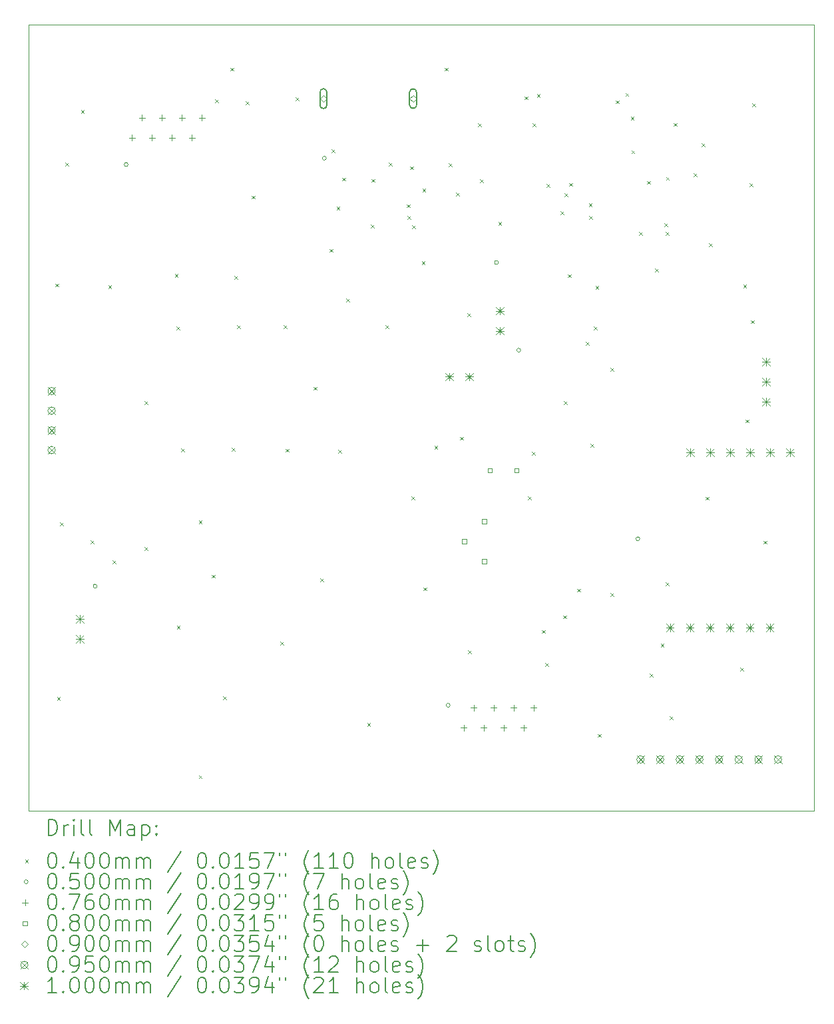
<source format=gbr>
%TF.GenerationSoftware,KiCad,Pcbnew,6.0.7*%
%TF.CreationDate,2022-10-22T12:45:51-05:00*%
%TF.ProjectId,EsquemaGeneral,45737175-656d-4614-9765-6e6572616c2e,rev?*%
%TF.SameCoordinates,Original*%
%TF.FileFunction,Drillmap*%
%TF.FilePolarity,Positive*%
%FSLAX45Y45*%
G04 Gerber Fmt 4.5, Leading zero omitted, Abs format (unit mm)*
G04 Created by KiCad (PCBNEW 6.0.7) date 2022-10-22 12:45:51*
%MOMM*%
%LPD*%
G01*
G04 APERTURE LIST*
%ADD10C,0.050000*%
%ADD11C,0.200000*%
%ADD12C,0.040000*%
%ADD13C,0.076000*%
%ADD14C,0.080000*%
%ADD15C,0.090000*%
%ADD16C,0.095000*%
%ADD17C,0.100000*%
G04 APERTURE END LIST*
D10*
X17754280Y-14085760D02*
X7756840Y-14085760D01*
X7756840Y-14085760D02*
X7756840Y-4098480D01*
X7756840Y-4098480D02*
X17754280Y-4098480D01*
X17754280Y-4098480D02*
X17754280Y-14085760D01*
D11*
D12*
X8101000Y-7390000D02*
X8141000Y-7430000D01*
X8141000Y-7390000D02*
X8101000Y-7430000D01*
X8121000Y-12645000D02*
X8161000Y-12685000D01*
X8161000Y-12645000D02*
X8121000Y-12685000D01*
X8157000Y-10426000D02*
X8197000Y-10466000D01*
X8197000Y-10426000D02*
X8157000Y-10466000D01*
X8228000Y-5850000D02*
X8268000Y-5890000D01*
X8268000Y-5850000D02*
X8228000Y-5890000D01*
X8427000Y-5186000D02*
X8467000Y-5226000D01*
X8467000Y-5186000D02*
X8427000Y-5226000D01*
X8548000Y-10654000D02*
X8588000Y-10694000D01*
X8588000Y-10654000D02*
X8548000Y-10694000D01*
X8774000Y-7409000D02*
X8814000Y-7449000D01*
X8814000Y-7409000D02*
X8774000Y-7449000D01*
X8830000Y-10908000D02*
X8870000Y-10948000D01*
X8870000Y-10908000D02*
X8830000Y-10948000D01*
X9236590Y-8883420D02*
X9276590Y-8923420D01*
X9276590Y-8883420D02*
X9236590Y-8923420D01*
X9236590Y-10737110D02*
X9276590Y-10777110D01*
X9276590Y-10737110D02*
X9236590Y-10777110D01*
X9621000Y-7266000D02*
X9661000Y-7306000D01*
X9661000Y-7266000D02*
X9621000Y-7306000D01*
X9640000Y-7937000D02*
X9680000Y-7977000D01*
X9680000Y-7937000D02*
X9640000Y-7977000D01*
X9646000Y-11738000D02*
X9686000Y-11778000D01*
X9686000Y-11738000D02*
X9646000Y-11778000D01*
X9700000Y-9487000D02*
X9740000Y-9527000D01*
X9740000Y-9487000D02*
X9700000Y-9527000D01*
X9924000Y-10399000D02*
X9964000Y-10439000D01*
X9964000Y-10399000D02*
X9924000Y-10439000D01*
X9924000Y-13637000D02*
X9964000Y-13677000D01*
X9964000Y-13637000D02*
X9924000Y-13677000D01*
X10088000Y-11089000D02*
X10128000Y-11129000D01*
X10128000Y-11089000D02*
X10088000Y-11129000D01*
X10134000Y-5050000D02*
X10174000Y-5090000D01*
X10174000Y-5050000D02*
X10134000Y-5090000D01*
X10231230Y-12631350D02*
X10271230Y-12671350D01*
X10271230Y-12631350D02*
X10231230Y-12671350D01*
X10327940Y-4645750D02*
X10367940Y-4685750D01*
X10367940Y-4645750D02*
X10327940Y-4685750D01*
X10347000Y-9478000D02*
X10387000Y-9518000D01*
X10387000Y-9478000D02*
X10347000Y-9518000D01*
X10379000Y-7293000D02*
X10419000Y-7333000D01*
X10419000Y-7293000D02*
X10379000Y-7333000D01*
X10410000Y-7918000D02*
X10450000Y-7958000D01*
X10450000Y-7918000D02*
X10410000Y-7958000D01*
X10523000Y-5074000D02*
X10563000Y-5114000D01*
X10563000Y-5074000D02*
X10523000Y-5114000D01*
X10596000Y-6271000D02*
X10636000Y-6311000D01*
X10636000Y-6271000D02*
X10596000Y-6311000D01*
X10963000Y-11940000D02*
X11003000Y-11980000D01*
X11003000Y-11940000D02*
X10963000Y-11980000D01*
X11004000Y-7918000D02*
X11044000Y-7958000D01*
X11044000Y-7918000D02*
X11004000Y-7958000D01*
X11029000Y-9490000D02*
X11069000Y-9530000D01*
X11069000Y-9490000D02*
X11029000Y-9530000D01*
X11159000Y-5021000D02*
X11199000Y-5061000D01*
X11199000Y-5021000D02*
X11159000Y-5061000D01*
X11387100Y-8702310D02*
X11427100Y-8742310D01*
X11427100Y-8702310D02*
X11387100Y-8742310D01*
X11469000Y-11137000D02*
X11509000Y-11177000D01*
X11509000Y-11137000D02*
X11469000Y-11177000D01*
X11591000Y-6950000D02*
X11631000Y-6990000D01*
X11631000Y-6950000D02*
X11591000Y-6990000D01*
X11616000Y-5686000D02*
X11656000Y-5726000D01*
X11656000Y-5686000D02*
X11616000Y-5726000D01*
X11678000Y-6412000D02*
X11718000Y-6452000D01*
X11718000Y-6412000D02*
X11678000Y-6452000D01*
X11701000Y-9503000D02*
X11741000Y-9543000D01*
X11741000Y-9503000D02*
X11701000Y-9543000D01*
X11750000Y-6043000D02*
X11790000Y-6083000D01*
X11790000Y-6043000D02*
X11750000Y-6083000D01*
X11801420Y-7577070D02*
X11841420Y-7617070D01*
X11841420Y-7577070D02*
X11801420Y-7617070D01*
X12068000Y-12972000D02*
X12108000Y-13012000D01*
X12108000Y-12972000D02*
X12068000Y-13012000D01*
X12112850Y-6639950D02*
X12152850Y-6679950D01*
X12152850Y-6639950D02*
X12112850Y-6679950D01*
X12121000Y-6061000D02*
X12161000Y-6101000D01*
X12161000Y-6061000D02*
X12121000Y-6101000D01*
X12297000Y-7919000D02*
X12337000Y-7959000D01*
X12337000Y-7919000D02*
X12297000Y-7959000D01*
X12340000Y-5855000D02*
X12380000Y-5895000D01*
X12380000Y-5855000D02*
X12340000Y-5895000D01*
X12571090Y-6382910D02*
X12611090Y-6422910D01*
X12611090Y-6382910D02*
X12571090Y-6422910D01*
X12579000Y-6529000D02*
X12619000Y-6569000D01*
X12619000Y-6529000D02*
X12579000Y-6569000D01*
X12613000Y-5898000D02*
X12653000Y-5938000D01*
X12653000Y-5898000D02*
X12613000Y-5938000D01*
X12631890Y-10094500D02*
X12671890Y-10134500D01*
X12671890Y-10094500D02*
X12631890Y-10134500D01*
X12638370Y-6650000D02*
X12678370Y-6690000D01*
X12678370Y-6650000D02*
X12638370Y-6690000D01*
X12761320Y-7103170D02*
X12801320Y-7143170D01*
X12801320Y-7103170D02*
X12761320Y-7143170D01*
X12771000Y-6183000D02*
X12811000Y-6223000D01*
X12811000Y-6183000D02*
X12771000Y-6223000D01*
X12781000Y-11249000D02*
X12821000Y-11289000D01*
X12821000Y-11249000D02*
X12781000Y-11289000D01*
X12923000Y-9449000D02*
X12963000Y-9489000D01*
X12963000Y-9449000D02*
X12923000Y-9489000D01*
X13052250Y-4645750D02*
X13092250Y-4685750D01*
X13092250Y-4645750D02*
X13052250Y-4685750D01*
X13105000Y-5863080D02*
X13145000Y-5903080D01*
X13145000Y-5863080D02*
X13105000Y-5903080D01*
X13197000Y-6232000D02*
X13237000Y-6272000D01*
X13237000Y-6232000D02*
X13197000Y-6272000D01*
X13245930Y-9337000D02*
X13285930Y-9377000D01*
X13285930Y-9337000D02*
X13245930Y-9377000D01*
X13341000Y-7765000D02*
X13381000Y-7805000D01*
X13381000Y-7765000D02*
X13341000Y-7805000D01*
X13347000Y-12050000D02*
X13387000Y-12090000D01*
X13387000Y-12050000D02*
X13347000Y-12090000D01*
X13476000Y-5351000D02*
X13516000Y-5391000D01*
X13516000Y-5351000D02*
X13476000Y-5391000D01*
X13505200Y-6065430D02*
X13545200Y-6105430D01*
X13545200Y-6065430D02*
X13505200Y-6105430D01*
X13735000Y-6605000D02*
X13775000Y-6645000D01*
X13775000Y-6605000D02*
X13735000Y-6645000D01*
X14068000Y-5011000D02*
X14108000Y-5051000D01*
X14108000Y-5011000D02*
X14068000Y-5051000D01*
X14113000Y-10095000D02*
X14153000Y-10135000D01*
X14153000Y-10095000D02*
X14113000Y-10135000D01*
X14162000Y-9527000D02*
X14202000Y-9567000D01*
X14202000Y-9527000D02*
X14162000Y-9567000D01*
X14174000Y-5356000D02*
X14214000Y-5396000D01*
X14214000Y-5356000D02*
X14174000Y-5396000D01*
X14226759Y-4981050D02*
X14266759Y-5021050D01*
X14266759Y-4981050D02*
X14226759Y-5021050D01*
X14291000Y-11792000D02*
X14331000Y-11832000D01*
X14331000Y-11792000D02*
X14291000Y-11832000D01*
X14332680Y-12208120D02*
X14372680Y-12248120D01*
X14372680Y-12208120D02*
X14332680Y-12248120D01*
X14350850Y-6124080D02*
X14390850Y-6164080D01*
X14390850Y-6124080D02*
X14350850Y-6164080D01*
X14524000Y-6473000D02*
X14564000Y-6513000D01*
X14564000Y-6473000D02*
X14524000Y-6513000D01*
X14562390Y-11605000D02*
X14602390Y-11645000D01*
X14602390Y-11605000D02*
X14562390Y-11645000D01*
X14570290Y-8883420D02*
X14610290Y-8923420D01*
X14610290Y-8883420D02*
X14570290Y-8923420D01*
X14576070Y-6241700D02*
X14616070Y-6281700D01*
X14616070Y-6241700D02*
X14576070Y-6281700D01*
X14619870Y-7270110D02*
X14659870Y-7310110D01*
X14659870Y-7270110D02*
X14619870Y-7310110D01*
X14636250Y-6110020D02*
X14676250Y-6150020D01*
X14676250Y-6110020D02*
X14636250Y-6150020D01*
X14741090Y-11266910D02*
X14781090Y-11306910D01*
X14781090Y-11266910D02*
X14741090Y-11306910D01*
X14850940Y-8132080D02*
X14890940Y-8172080D01*
X14890940Y-8132080D02*
X14850940Y-8172080D01*
X14885990Y-6371670D02*
X14925990Y-6411670D01*
X14925990Y-6371670D02*
X14885990Y-6411670D01*
X14888000Y-6527000D02*
X14928000Y-6567000D01*
X14928000Y-6527000D02*
X14888000Y-6567000D01*
X14909220Y-9427030D02*
X14949220Y-9467030D01*
X14949220Y-9427030D02*
X14909220Y-9467030D01*
X14947650Y-7933570D02*
X14987650Y-7973570D01*
X14987650Y-7933570D02*
X14947650Y-7973570D01*
X14972040Y-7417180D02*
X15012040Y-7457180D01*
X15012040Y-7417180D02*
X14972040Y-7457180D01*
X15001000Y-13112000D02*
X15041000Y-13152000D01*
X15041000Y-13112000D02*
X15001000Y-13152000D01*
X15160000Y-11320000D02*
X15200000Y-11360000D01*
X15200000Y-11320000D02*
X15160000Y-11360000D01*
X15161100Y-8461100D02*
X15201100Y-8501100D01*
X15201100Y-8461100D02*
X15161100Y-8501100D01*
X15229950Y-5062000D02*
X15269950Y-5102000D01*
X15269950Y-5062000D02*
X15229950Y-5102000D01*
X15353000Y-4967000D02*
X15393000Y-5007000D01*
X15393000Y-4967000D02*
X15353000Y-5007000D01*
X15420000Y-5269000D02*
X15460000Y-5309000D01*
X15460000Y-5269000D02*
X15420000Y-5309000D01*
X15429000Y-5696000D02*
X15469000Y-5736000D01*
X15469000Y-5696000D02*
X15429000Y-5736000D01*
X15522980Y-6730740D02*
X15562980Y-6770740D01*
X15562980Y-6730740D02*
X15522980Y-6770740D01*
X15626000Y-6085000D02*
X15666000Y-6125000D01*
X15666000Y-6085000D02*
X15626000Y-6125000D01*
X15660540Y-12343750D02*
X15700540Y-12383750D01*
X15700540Y-12343750D02*
X15660540Y-12383750D01*
X15728640Y-7198210D02*
X15768640Y-7238210D01*
X15768640Y-7198210D02*
X15728640Y-7238210D01*
X15800050Y-11967360D02*
X15840050Y-12007360D01*
X15840050Y-11967360D02*
X15800050Y-12007360D01*
X15850270Y-6625000D02*
X15890270Y-6665000D01*
X15890270Y-6625000D02*
X15850270Y-6665000D01*
X15865460Y-6735040D02*
X15905460Y-6775040D01*
X15905460Y-6735040D02*
X15865460Y-6775040D01*
X15865860Y-11189050D02*
X15905860Y-11229050D01*
X15905860Y-11189050D02*
X15865860Y-11229050D01*
X15867940Y-6033950D02*
X15907940Y-6073950D01*
X15907940Y-6033950D02*
X15867940Y-6073950D01*
X15914000Y-12889000D02*
X15954000Y-12929000D01*
X15954000Y-12889000D02*
X15914000Y-12929000D01*
X15967890Y-5348550D02*
X16007890Y-5388550D01*
X16007890Y-5348550D02*
X15967890Y-5388550D01*
X16220390Y-5990000D02*
X16260390Y-6030000D01*
X16260390Y-5990000D02*
X16220390Y-6030000D01*
X16324400Y-5609000D02*
X16364400Y-5649000D01*
X16364400Y-5609000D02*
X16324400Y-5649000D01*
X16375000Y-10098000D02*
X16415000Y-10138000D01*
X16415000Y-10098000D02*
X16375000Y-10138000D01*
X16414070Y-6879000D02*
X16454070Y-6919000D01*
X16454070Y-6879000D02*
X16414070Y-6919000D01*
X16813000Y-12271000D02*
X16853000Y-12311000D01*
X16853000Y-12271000D02*
X16813000Y-12311000D01*
X16851510Y-7403180D02*
X16891510Y-7443180D01*
X16891510Y-7403180D02*
X16851510Y-7443180D01*
X16880000Y-9117000D02*
X16920000Y-9157000D01*
X16920000Y-9117000D02*
X16880000Y-9157000D01*
X16933490Y-6117000D02*
X16973490Y-6157000D01*
X16973490Y-6117000D02*
X16933490Y-6157000D01*
X16947200Y-7854000D02*
X16987200Y-7894000D01*
X16987200Y-7854000D02*
X16947200Y-7894000D01*
X16965260Y-5101000D02*
X17005260Y-5141000D01*
X17005260Y-5101000D02*
X16965260Y-5141000D01*
X17108000Y-10657000D02*
X17148000Y-10697000D01*
X17148000Y-10657000D02*
X17108000Y-10697000D01*
D10*
X8631790Y-11234360D02*
G75*
G03*
X8631790Y-11234360I-25000J0D01*
G01*
X9025490Y-5875960D02*
G75*
G03*
X9025490Y-5875960I-25000J0D01*
G01*
X11547050Y-5796050D02*
G75*
G03*
X11547050Y-5796050I-25000J0D01*
G01*
X13122800Y-12748650D02*
G75*
G03*
X13122800Y-12748650I-25000J0D01*
G01*
X13736340Y-7122020D02*
G75*
G03*
X13736340Y-7122020I-25000J0D01*
G01*
X14019490Y-8235170D02*
G75*
G03*
X14019490Y-8235170I-25000J0D01*
G01*
X15535010Y-10633250D02*
G75*
G03*
X15535010Y-10633250I-25000J0D01*
G01*
D13*
X9076000Y-5500000D02*
X9076000Y-5576000D01*
X9038000Y-5538000D02*
X9114000Y-5538000D01*
X9203000Y-5246000D02*
X9203000Y-5322000D01*
X9165000Y-5284000D02*
X9241000Y-5284000D01*
X9330000Y-5500000D02*
X9330000Y-5576000D01*
X9292000Y-5538000D02*
X9368000Y-5538000D01*
X9457000Y-5246000D02*
X9457000Y-5322000D01*
X9419000Y-5284000D02*
X9495000Y-5284000D01*
X9584000Y-5500000D02*
X9584000Y-5576000D01*
X9546000Y-5538000D02*
X9622000Y-5538000D01*
X9711000Y-5246000D02*
X9711000Y-5322000D01*
X9673000Y-5284000D02*
X9749000Y-5284000D01*
X9838000Y-5500000D02*
X9838000Y-5576000D01*
X9800000Y-5538000D02*
X9876000Y-5538000D01*
X9965000Y-5246000D02*
X9965000Y-5322000D01*
X9927000Y-5284000D02*
X10003000Y-5284000D01*
X13295750Y-12995000D02*
X13295750Y-13071000D01*
X13257750Y-13033000D02*
X13333750Y-13033000D01*
X13422750Y-12741000D02*
X13422750Y-12817000D01*
X13384750Y-12779000D02*
X13460750Y-12779000D01*
X13549750Y-12995000D02*
X13549750Y-13071000D01*
X13511750Y-13033000D02*
X13587750Y-13033000D01*
X13676750Y-12741000D02*
X13676750Y-12817000D01*
X13638750Y-12779000D02*
X13714750Y-12779000D01*
X13803750Y-12995000D02*
X13803750Y-13071000D01*
X13765750Y-13033000D02*
X13841750Y-13033000D01*
X13930750Y-12741000D02*
X13930750Y-12817000D01*
X13892750Y-12779000D02*
X13968750Y-12779000D01*
X14057750Y-12995000D02*
X14057750Y-13071000D01*
X14019750Y-13033000D02*
X14095750Y-13033000D01*
X14184750Y-12741000D02*
X14184750Y-12817000D01*
X14146750Y-12779000D02*
X14222750Y-12779000D01*
D14*
X13330784Y-10693285D02*
X13330784Y-10636716D01*
X13274215Y-10636716D01*
X13274215Y-10693285D01*
X13330784Y-10693285D01*
X13584784Y-10439285D02*
X13584784Y-10382716D01*
X13528215Y-10382716D01*
X13528215Y-10439285D01*
X13584784Y-10439285D01*
X13584784Y-10947285D02*
X13584784Y-10890716D01*
X13528215Y-10890716D01*
X13528215Y-10947285D01*
X13584784Y-10947285D01*
X13655784Y-9791285D02*
X13655784Y-9734716D01*
X13599215Y-9734716D01*
X13599215Y-9791285D01*
X13655784Y-9791285D01*
X13995784Y-9791285D02*
X13995784Y-9734716D01*
X13939215Y-9734716D01*
X13939215Y-9791285D01*
X13995784Y-9791285D01*
D15*
X11511000Y-5084000D02*
X11556000Y-5039000D01*
X11511000Y-4994000D01*
X11466000Y-5039000D01*
X11511000Y-5084000D01*
D11*
X11556000Y-5119000D02*
X11556000Y-4959000D01*
X11466000Y-5119000D02*
X11466000Y-4959000D01*
X11556000Y-4959000D02*
G75*
G03*
X11466000Y-4959000I-45000J0D01*
G01*
X11466000Y-5119000D02*
G75*
G03*
X11556000Y-5119000I45000J0D01*
G01*
D15*
X12651000Y-5084000D02*
X12696000Y-5039000D01*
X12651000Y-4994000D01*
X12606000Y-5039000D01*
X12651000Y-5084000D01*
D11*
X12696000Y-5119000D02*
X12696000Y-4959000D01*
X12606000Y-5119000D02*
X12606000Y-4959000D01*
X12696000Y-4959000D02*
G75*
G03*
X12606000Y-4959000I-45000J0D01*
G01*
X12606000Y-5119000D02*
G75*
G03*
X12696000Y-5119000I45000J0D01*
G01*
D16*
X8005500Y-8707500D02*
X8100500Y-8802500D01*
X8100500Y-8707500D02*
X8005500Y-8802500D01*
X8100500Y-8755000D02*
G75*
G03*
X8100500Y-8755000I-47500J0D01*
G01*
X8005500Y-8957500D02*
X8100500Y-9052500D01*
X8100500Y-8957500D02*
X8005500Y-9052500D01*
X8100500Y-9005000D02*
G75*
G03*
X8100500Y-9005000I-47500J0D01*
G01*
X8005500Y-9207500D02*
X8100500Y-9302500D01*
X8100500Y-9207500D02*
X8005500Y-9302500D01*
X8100500Y-9255000D02*
G75*
G03*
X8100500Y-9255000I-47500J0D01*
G01*
X8005500Y-9457500D02*
X8100500Y-9552500D01*
X8100500Y-9457500D02*
X8005500Y-9552500D01*
X8100500Y-9505000D02*
G75*
G03*
X8100500Y-9505000I-47500J0D01*
G01*
X15496500Y-13389500D02*
X15591500Y-13484500D01*
X15591500Y-13389500D02*
X15496500Y-13484500D01*
X15591500Y-13437000D02*
G75*
G03*
X15591500Y-13437000I-47500J0D01*
G01*
X15746500Y-13389500D02*
X15841500Y-13484500D01*
X15841500Y-13389500D02*
X15746500Y-13484500D01*
X15841500Y-13437000D02*
G75*
G03*
X15841500Y-13437000I-47500J0D01*
G01*
X15996500Y-13389500D02*
X16091500Y-13484500D01*
X16091500Y-13389500D02*
X15996500Y-13484500D01*
X16091500Y-13437000D02*
G75*
G03*
X16091500Y-13437000I-47500J0D01*
G01*
X16246500Y-13389500D02*
X16341500Y-13484500D01*
X16341500Y-13389500D02*
X16246500Y-13484500D01*
X16341500Y-13437000D02*
G75*
G03*
X16341500Y-13437000I-47500J0D01*
G01*
X16496500Y-13389500D02*
X16591500Y-13484500D01*
X16591500Y-13389500D02*
X16496500Y-13484500D01*
X16591500Y-13437000D02*
G75*
G03*
X16591500Y-13437000I-47500J0D01*
G01*
X16746500Y-13389500D02*
X16841500Y-13484500D01*
X16841500Y-13389500D02*
X16746500Y-13484500D01*
X16841500Y-13437000D02*
G75*
G03*
X16841500Y-13437000I-47500J0D01*
G01*
X16996500Y-13389500D02*
X17091500Y-13484500D01*
X17091500Y-13389500D02*
X16996500Y-13484500D01*
X17091500Y-13437000D02*
G75*
G03*
X17091500Y-13437000I-47500J0D01*
G01*
X17246500Y-13389500D02*
X17341500Y-13484500D01*
X17341500Y-13389500D02*
X17246500Y-13484500D01*
X17341500Y-13437000D02*
G75*
G03*
X17341500Y-13437000I-47500J0D01*
G01*
D17*
X8363000Y-11604000D02*
X8463000Y-11704000D01*
X8463000Y-11604000D02*
X8363000Y-11704000D01*
X8413000Y-11604000D02*
X8413000Y-11704000D01*
X8363000Y-11654000D02*
X8463000Y-11654000D01*
X8363000Y-11854000D02*
X8463000Y-11954000D01*
X8463000Y-11854000D02*
X8363000Y-11954000D01*
X8413000Y-11854000D02*
X8413000Y-11954000D01*
X8363000Y-11904000D02*
X8463000Y-11904000D01*
X13065000Y-8523000D02*
X13165000Y-8623000D01*
X13165000Y-8523000D02*
X13065000Y-8623000D01*
X13115000Y-8523000D02*
X13115000Y-8623000D01*
X13065000Y-8573000D02*
X13165000Y-8573000D01*
X13319000Y-8523000D02*
X13419000Y-8623000D01*
X13419000Y-8523000D02*
X13319000Y-8623000D01*
X13369000Y-8523000D02*
X13369000Y-8623000D01*
X13319000Y-8573000D02*
X13419000Y-8573000D01*
X13702000Y-7686000D02*
X13802000Y-7786000D01*
X13802000Y-7686000D02*
X13702000Y-7786000D01*
X13752000Y-7686000D02*
X13752000Y-7786000D01*
X13702000Y-7736000D02*
X13802000Y-7736000D01*
X13702000Y-7940000D02*
X13802000Y-8040000D01*
X13802000Y-7940000D02*
X13702000Y-8040000D01*
X13752000Y-7940000D02*
X13752000Y-8040000D01*
X13702000Y-7990000D02*
X13802000Y-7990000D01*
X15868920Y-11714200D02*
X15968920Y-11814200D01*
X15968920Y-11714200D02*
X15868920Y-11814200D01*
X15918920Y-11714200D02*
X15918920Y-11814200D01*
X15868920Y-11764200D02*
X15968920Y-11764200D01*
X16122920Y-11714200D02*
X16222920Y-11814200D01*
X16222920Y-11714200D02*
X16122920Y-11814200D01*
X16172920Y-11714200D02*
X16172920Y-11814200D01*
X16122920Y-11764200D02*
X16222920Y-11764200D01*
X16128000Y-9485000D02*
X16228000Y-9585000D01*
X16228000Y-9485000D02*
X16128000Y-9585000D01*
X16178000Y-9485000D02*
X16178000Y-9585000D01*
X16128000Y-9535000D02*
X16228000Y-9535000D01*
X16376920Y-11714200D02*
X16476920Y-11814200D01*
X16476920Y-11714200D02*
X16376920Y-11814200D01*
X16426920Y-11714200D02*
X16426920Y-11814200D01*
X16376920Y-11764200D02*
X16476920Y-11764200D01*
X16382000Y-9485000D02*
X16482000Y-9585000D01*
X16482000Y-9485000D02*
X16382000Y-9585000D01*
X16432000Y-9485000D02*
X16432000Y-9585000D01*
X16382000Y-9535000D02*
X16482000Y-9535000D01*
X16630920Y-11714200D02*
X16730920Y-11814200D01*
X16730920Y-11714200D02*
X16630920Y-11814200D01*
X16680920Y-11714200D02*
X16680920Y-11814200D01*
X16630920Y-11764200D02*
X16730920Y-11764200D01*
X16636000Y-9485000D02*
X16736000Y-9585000D01*
X16736000Y-9485000D02*
X16636000Y-9585000D01*
X16686000Y-9485000D02*
X16686000Y-9585000D01*
X16636000Y-9535000D02*
X16736000Y-9535000D01*
X16884920Y-11714200D02*
X16984920Y-11814200D01*
X16984920Y-11714200D02*
X16884920Y-11814200D01*
X16934920Y-11714200D02*
X16934920Y-11814200D01*
X16884920Y-11764200D02*
X16984920Y-11764200D01*
X16890000Y-9485000D02*
X16990000Y-9585000D01*
X16990000Y-9485000D02*
X16890000Y-9585000D01*
X16940000Y-9485000D02*
X16940000Y-9585000D01*
X16890000Y-9535000D02*
X16990000Y-9535000D01*
X17095000Y-8332000D02*
X17195000Y-8432000D01*
X17195000Y-8332000D02*
X17095000Y-8432000D01*
X17145000Y-8332000D02*
X17145000Y-8432000D01*
X17095000Y-8382000D02*
X17195000Y-8382000D01*
X17095000Y-8586000D02*
X17195000Y-8686000D01*
X17195000Y-8586000D02*
X17095000Y-8686000D01*
X17145000Y-8586000D02*
X17145000Y-8686000D01*
X17095000Y-8636000D02*
X17195000Y-8636000D01*
X17095000Y-8840000D02*
X17195000Y-8940000D01*
X17195000Y-8840000D02*
X17095000Y-8940000D01*
X17145000Y-8840000D02*
X17145000Y-8940000D01*
X17095000Y-8890000D02*
X17195000Y-8890000D01*
X17138920Y-11714200D02*
X17238920Y-11814200D01*
X17238920Y-11714200D02*
X17138920Y-11814200D01*
X17188920Y-11714200D02*
X17188920Y-11814200D01*
X17138920Y-11764200D02*
X17238920Y-11764200D01*
X17144000Y-9485000D02*
X17244000Y-9585000D01*
X17244000Y-9485000D02*
X17144000Y-9585000D01*
X17194000Y-9485000D02*
X17194000Y-9585000D01*
X17144000Y-9535000D02*
X17244000Y-9535000D01*
X17398000Y-9485000D02*
X17498000Y-9585000D01*
X17498000Y-9485000D02*
X17398000Y-9585000D01*
X17448000Y-9485000D02*
X17448000Y-9585000D01*
X17398000Y-9535000D02*
X17498000Y-9535000D01*
D11*
X8011959Y-14398736D02*
X8011959Y-14198736D01*
X8059578Y-14198736D01*
X8088149Y-14208260D01*
X8107197Y-14227308D01*
X8116721Y-14246355D01*
X8126245Y-14284450D01*
X8126245Y-14313022D01*
X8116721Y-14351117D01*
X8107197Y-14370165D01*
X8088149Y-14389212D01*
X8059578Y-14398736D01*
X8011959Y-14398736D01*
X8211959Y-14398736D02*
X8211959Y-14265403D01*
X8211959Y-14303498D02*
X8221483Y-14284450D01*
X8231007Y-14274927D01*
X8250054Y-14265403D01*
X8269102Y-14265403D01*
X8335768Y-14398736D02*
X8335768Y-14265403D01*
X8335768Y-14198736D02*
X8326245Y-14208260D01*
X8335768Y-14217784D01*
X8345292Y-14208260D01*
X8335768Y-14198736D01*
X8335768Y-14217784D01*
X8459578Y-14398736D02*
X8440530Y-14389212D01*
X8431007Y-14370165D01*
X8431007Y-14198736D01*
X8564340Y-14398736D02*
X8545292Y-14389212D01*
X8535769Y-14370165D01*
X8535769Y-14198736D01*
X8792911Y-14398736D02*
X8792911Y-14198736D01*
X8859578Y-14341593D01*
X8926245Y-14198736D01*
X8926245Y-14398736D01*
X9107197Y-14398736D02*
X9107197Y-14293974D01*
X9097673Y-14274927D01*
X9078626Y-14265403D01*
X9040530Y-14265403D01*
X9021483Y-14274927D01*
X9107197Y-14389212D02*
X9088150Y-14398736D01*
X9040530Y-14398736D01*
X9021483Y-14389212D01*
X9011959Y-14370165D01*
X9011959Y-14351117D01*
X9021483Y-14332069D01*
X9040530Y-14322546D01*
X9088150Y-14322546D01*
X9107197Y-14313022D01*
X9202435Y-14265403D02*
X9202435Y-14465403D01*
X9202435Y-14274927D02*
X9221483Y-14265403D01*
X9259578Y-14265403D01*
X9278626Y-14274927D01*
X9288150Y-14284450D01*
X9297673Y-14303498D01*
X9297673Y-14360641D01*
X9288150Y-14379688D01*
X9278626Y-14389212D01*
X9259578Y-14398736D01*
X9221483Y-14398736D01*
X9202435Y-14389212D01*
X9383388Y-14379688D02*
X9392911Y-14389212D01*
X9383388Y-14398736D01*
X9373864Y-14389212D01*
X9383388Y-14379688D01*
X9383388Y-14398736D01*
X9383388Y-14274927D02*
X9392911Y-14284450D01*
X9383388Y-14293974D01*
X9373864Y-14284450D01*
X9383388Y-14274927D01*
X9383388Y-14293974D01*
D12*
X7714340Y-14708260D02*
X7754340Y-14748260D01*
X7754340Y-14708260D02*
X7714340Y-14748260D01*
D11*
X8050054Y-14618736D02*
X8069102Y-14618736D01*
X8088149Y-14628260D01*
X8097673Y-14637784D01*
X8107197Y-14656831D01*
X8116721Y-14694927D01*
X8116721Y-14742546D01*
X8107197Y-14780641D01*
X8097673Y-14799688D01*
X8088149Y-14809212D01*
X8069102Y-14818736D01*
X8050054Y-14818736D01*
X8031007Y-14809212D01*
X8021483Y-14799688D01*
X8011959Y-14780641D01*
X8002435Y-14742546D01*
X8002435Y-14694927D01*
X8011959Y-14656831D01*
X8021483Y-14637784D01*
X8031007Y-14628260D01*
X8050054Y-14618736D01*
X8202435Y-14799688D02*
X8211959Y-14809212D01*
X8202435Y-14818736D01*
X8192911Y-14809212D01*
X8202435Y-14799688D01*
X8202435Y-14818736D01*
X8383388Y-14685403D02*
X8383388Y-14818736D01*
X8335768Y-14609212D02*
X8288149Y-14752069D01*
X8411959Y-14752069D01*
X8526245Y-14618736D02*
X8545292Y-14618736D01*
X8564340Y-14628260D01*
X8573864Y-14637784D01*
X8583388Y-14656831D01*
X8592911Y-14694927D01*
X8592911Y-14742546D01*
X8583388Y-14780641D01*
X8573864Y-14799688D01*
X8564340Y-14809212D01*
X8545292Y-14818736D01*
X8526245Y-14818736D01*
X8507197Y-14809212D01*
X8497673Y-14799688D01*
X8488150Y-14780641D01*
X8478626Y-14742546D01*
X8478626Y-14694927D01*
X8488150Y-14656831D01*
X8497673Y-14637784D01*
X8507197Y-14628260D01*
X8526245Y-14618736D01*
X8716721Y-14618736D02*
X8735769Y-14618736D01*
X8754816Y-14628260D01*
X8764340Y-14637784D01*
X8773864Y-14656831D01*
X8783388Y-14694927D01*
X8783388Y-14742546D01*
X8773864Y-14780641D01*
X8764340Y-14799688D01*
X8754816Y-14809212D01*
X8735769Y-14818736D01*
X8716721Y-14818736D01*
X8697673Y-14809212D01*
X8688150Y-14799688D01*
X8678626Y-14780641D01*
X8669102Y-14742546D01*
X8669102Y-14694927D01*
X8678626Y-14656831D01*
X8688150Y-14637784D01*
X8697673Y-14628260D01*
X8716721Y-14618736D01*
X8869102Y-14818736D02*
X8869102Y-14685403D01*
X8869102Y-14704450D02*
X8878626Y-14694927D01*
X8897673Y-14685403D01*
X8926245Y-14685403D01*
X8945292Y-14694927D01*
X8954816Y-14713974D01*
X8954816Y-14818736D01*
X8954816Y-14713974D02*
X8964340Y-14694927D01*
X8983388Y-14685403D01*
X9011959Y-14685403D01*
X9031007Y-14694927D01*
X9040530Y-14713974D01*
X9040530Y-14818736D01*
X9135769Y-14818736D02*
X9135769Y-14685403D01*
X9135769Y-14704450D02*
X9145292Y-14694927D01*
X9164340Y-14685403D01*
X9192911Y-14685403D01*
X9211959Y-14694927D01*
X9221483Y-14713974D01*
X9221483Y-14818736D01*
X9221483Y-14713974D02*
X9231007Y-14694927D01*
X9250054Y-14685403D01*
X9278626Y-14685403D01*
X9297673Y-14694927D01*
X9307197Y-14713974D01*
X9307197Y-14818736D01*
X9697673Y-14609212D02*
X9526245Y-14866355D01*
X9954816Y-14618736D02*
X9973864Y-14618736D01*
X9992911Y-14628260D01*
X10002435Y-14637784D01*
X10011959Y-14656831D01*
X10021483Y-14694927D01*
X10021483Y-14742546D01*
X10011959Y-14780641D01*
X10002435Y-14799688D01*
X9992911Y-14809212D01*
X9973864Y-14818736D01*
X9954816Y-14818736D01*
X9935769Y-14809212D01*
X9926245Y-14799688D01*
X9916721Y-14780641D01*
X9907197Y-14742546D01*
X9907197Y-14694927D01*
X9916721Y-14656831D01*
X9926245Y-14637784D01*
X9935769Y-14628260D01*
X9954816Y-14618736D01*
X10107197Y-14799688D02*
X10116721Y-14809212D01*
X10107197Y-14818736D01*
X10097673Y-14809212D01*
X10107197Y-14799688D01*
X10107197Y-14818736D01*
X10240530Y-14618736D02*
X10259578Y-14618736D01*
X10278626Y-14628260D01*
X10288150Y-14637784D01*
X10297673Y-14656831D01*
X10307197Y-14694927D01*
X10307197Y-14742546D01*
X10297673Y-14780641D01*
X10288150Y-14799688D01*
X10278626Y-14809212D01*
X10259578Y-14818736D01*
X10240530Y-14818736D01*
X10221483Y-14809212D01*
X10211959Y-14799688D01*
X10202435Y-14780641D01*
X10192911Y-14742546D01*
X10192911Y-14694927D01*
X10202435Y-14656831D01*
X10211959Y-14637784D01*
X10221483Y-14628260D01*
X10240530Y-14618736D01*
X10497673Y-14818736D02*
X10383388Y-14818736D01*
X10440530Y-14818736D02*
X10440530Y-14618736D01*
X10421483Y-14647308D01*
X10402435Y-14666355D01*
X10383388Y-14675879D01*
X10678626Y-14618736D02*
X10583388Y-14618736D01*
X10573864Y-14713974D01*
X10583388Y-14704450D01*
X10602435Y-14694927D01*
X10650054Y-14694927D01*
X10669102Y-14704450D01*
X10678626Y-14713974D01*
X10688150Y-14733022D01*
X10688150Y-14780641D01*
X10678626Y-14799688D01*
X10669102Y-14809212D01*
X10650054Y-14818736D01*
X10602435Y-14818736D01*
X10583388Y-14809212D01*
X10573864Y-14799688D01*
X10754816Y-14618736D02*
X10888150Y-14618736D01*
X10802435Y-14818736D01*
X10954816Y-14618736D02*
X10954816Y-14656831D01*
X11031007Y-14618736D02*
X11031007Y-14656831D01*
X11326245Y-14894927D02*
X11316721Y-14885403D01*
X11297673Y-14856831D01*
X11288149Y-14837784D01*
X11278626Y-14809212D01*
X11269102Y-14761593D01*
X11269102Y-14723498D01*
X11278626Y-14675879D01*
X11288149Y-14647308D01*
X11297673Y-14628260D01*
X11316721Y-14599688D01*
X11326245Y-14590165D01*
X11507197Y-14818736D02*
X11392911Y-14818736D01*
X11450054Y-14818736D02*
X11450054Y-14618736D01*
X11431007Y-14647308D01*
X11411959Y-14666355D01*
X11392911Y-14675879D01*
X11697673Y-14818736D02*
X11583388Y-14818736D01*
X11640530Y-14818736D02*
X11640530Y-14618736D01*
X11621483Y-14647308D01*
X11602435Y-14666355D01*
X11583388Y-14675879D01*
X11821483Y-14618736D02*
X11840530Y-14618736D01*
X11859578Y-14628260D01*
X11869102Y-14637784D01*
X11878626Y-14656831D01*
X11888149Y-14694927D01*
X11888149Y-14742546D01*
X11878626Y-14780641D01*
X11869102Y-14799688D01*
X11859578Y-14809212D01*
X11840530Y-14818736D01*
X11821483Y-14818736D01*
X11802435Y-14809212D01*
X11792911Y-14799688D01*
X11783388Y-14780641D01*
X11773864Y-14742546D01*
X11773864Y-14694927D01*
X11783388Y-14656831D01*
X11792911Y-14637784D01*
X11802435Y-14628260D01*
X11821483Y-14618736D01*
X12126245Y-14818736D02*
X12126245Y-14618736D01*
X12211959Y-14818736D02*
X12211959Y-14713974D01*
X12202435Y-14694927D01*
X12183388Y-14685403D01*
X12154816Y-14685403D01*
X12135768Y-14694927D01*
X12126245Y-14704450D01*
X12335768Y-14818736D02*
X12316721Y-14809212D01*
X12307197Y-14799688D01*
X12297673Y-14780641D01*
X12297673Y-14723498D01*
X12307197Y-14704450D01*
X12316721Y-14694927D01*
X12335768Y-14685403D01*
X12364340Y-14685403D01*
X12383388Y-14694927D01*
X12392911Y-14704450D01*
X12402435Y-14723498D01*
X12402435Y-14780641D01*
X12392911Y-14799688D01*
X12383388Y-14809212D01*
X12364340Y-14818736D01*
X12335768Y-14818736D01*
X12516721Y-14818736D02*
X12497673Y-14809212D01*
X12488149Y-14790165D01*
X12488149Y-14618736D01*
X12669102Y-14809212D02*
X12650054Y-14818736D01*
X12611959Y-14818736D01*
X12592911Y-14809212D01*
X12583388Y-14790165D01*
X12583388Y-14713974D01*
X12592911Y-14694927D01*
X12611959Y-14685403D01*
X12650054Y-14685403D01*
X12669102Y-14694927D01*
X12678626Y-14713974D01*
X12678626Y-14733022D01*
X12583388Y-14752069D01*
X12754816Y-14809212D02*
X12773864Y-14818736D01*
X12811959Y-14818736D01*
X12831007Y-14809212D01*
X12840530Y-14790165D01*
X12840530Y-14780641D01*
X12831007Y-14761593D01*
X12811959Y-14752069D01*
X12783388Y-14752069D01*
X12764340Y-14742546D01*
X12754816Y-14723498D01*
X12754816Y-14713974D01*
X12764340Y-14694927D01*
X12783388Y-14685403D01*
X12811959Y-14685403D01*
X12831007Y-14694927D01*
X12907197Y-14894927D02*
X12916721Y-14885403D01*
X12935768Y-14856831D01*
X12945292Y-14837784D01*
X12954816Y-14809212D01*
X12964340Y-14761593D01*
X12964340Y-14723498D01*
X12954816Y-14675879D01*
X12945292Y-14647308D01*
X12935768Y-14628260D01*
X12916721Y-14599688D01*
X12907197Y-14590165D01*
D10*
X7754340Y-14992260D02*
G75*
G03*
X7754340Y-14992260I-25000J0D01*
G01*
D11*
X8050054Y-14882736D02*
X8069102Y-14882736D01*
X8088149Y-14892260D01*
X8097673Y-14901784D01*
X8107197Y-14920831D01*
X8116721Y-14958927D01*
X8116721Y-15006546D01*
X8107197Y-15044641D01*
X8097673Y-15063688D01*
X8088149Y-15073212D01*
X8069102Y-15082736D01*
X8050054Y-15082736D01*
X8031007Y-15073212D01*
X8021483Y-15063688D01*
X8011959Y-15044641D01*
X8002435Y-15006546D01*
X8002435Y-14958927D01*
X8011959Y-14920831D01*
X8021483Y-14901784D01*
X8031007Y-14892260D01*
X8050054Y-14882736D01*
X8202435Y-15063688D02*
X8211959Y-15073212D01*
X8202435Y-15082736D01*
X8192911Y-15073212D01*
X8202435Y-15063688D01*
X8202435Y-15082736D01*
X8392911Y-14882736D02*
X8297673Y-14882736D01*
X8288149Y-14977974D01*
X8297673Y-14968450D01*
X8316721Y-14958927D01*
X8364340Y-14958927D01*
X8383388Y-14968450D01*
X8392911Y-14977974D01*
X8402435Y-14997022D01*
X8402435Y-15044641D01*
X8392911Y-15063688D01*
X8383388Y-15073212D01*
X8364340Y-15082736D01*
X8316721Y-15082736D01*
X8297673Y-15073212D01*
X8288149Y-15063688D01*
X8526245Y-14882736D02*
X8545292Y-14882736D01*
X8564340Y-14892260D01*
X8573864Y-14901784D01*
X8583388Y-14920831D01*
X8592911Y-14958927D01*
X8592911Y-15006546D01*
X8583388Y-15044641D01*
X8573864Y-15063688D01*
X8564340Y-15073212D01*
X8545292Y-15082736D01*
X8526245Y-15082736D01*
X8507197Y-15073212D01*
X8497673Y-15063688D01*
X8488150Y-15044641D01*
X8478626Y-15006546D01*
X8478626Y-14958927D01*
X8488150Y-14920831D01*
X8497673Y-14901784D01*
X8507197Y-14892260D01*
X8526245Y-14882736D01*
X8716721Y-14882736D02*
X8735769Y-14882736D01*
X8754816Y-14892260D01*
X8764340Y-14901784D01*
X8773864Y-14920831D01*
X8783388Y-14958927D01*
X8783388Y-15006546D01*
X8773864Y-15044641D01*
X8764340Y-15063688D01*
X8754816Y-15073212D01*
X8735769Y-15082736D01*
X8716721Y-15082736D01*
X8697673Y-15073212D01*
X8688150Y-15063688D01*
X8678626Y-15044641D01*
X8669102Y-15006546D01*
X8669102Y-14958927D01*
X8678626Y-14920831D01*
X8688150Y-14901784D01*
X8697673Y-14892260D01*
X8716721Y-14882736D01*
X8869102Y-15082736D02*
X8869102Y-14949403D01*
X8869102Y-14968450D02*
X8878626Y-14958927D01*
X8897673Y-14949403D01*
X8926245Y-14949403D01*
X8945292Y-14958927D01*
X8954816Y-14977974D01*
X8954816Y-15082736D01*
X8954816Y-14977974D02*
X8964340Y-14958927D01*
X8983388Y-14949403D01*
X9011959Y-14949403D01*
X9031007Y-14958927D01*
X9040530Y-14977974D01*
X9040530Y-15082736D01*
X9135769Y-15082736D02*
X9135769Y-14949403D01*
X9135769Y-14968450D02*
X9145292Y-14958927D01*
X9164340Y-14949403D01*
X9192911Y-14949403D01*
X9211959Y-14958927D01*
X9221483Y-14977974D01*
X9221483Y-15082736D01*
X9221483Y-14977974D02*
X9231007Y-14958927D01*
X9250054Y-14949403D01*
X9278626Y-14949403D01*
X9297673Y-14958927D01*
X9307197Y-14977974D01*
X9307197Y-15082736D01*
X9697673Y-14873212D02*
X9526245Y-15130355D01*
X9954816Y-14882736D02*
X9973864Y-14882736D01*
X9992911Y-14892260D01*
X10002435Y-14901784D01*
X10011959Y-14920831D01*
X10021483Y-14958927D01*
X10021483Y-15006546D01*
X10011959Y-15044641D01*
X10002435Y-15063688D01*
X9992911Y-15073212D01*
X9973864Y-15082736D01*
X9954816Y-15082736D01*
X9935769Y-15073212D01*
X9926245Y-15063688D01*
X9916721Y-15044641D01*
X9907197Y-15006546D01*
X9907197Y-14958927D01*
X9916721Y-14920831D01*
X9926245Y-14901784D01*
X9935769Y-14892260D01*
X9954816Y-14882736D01*
X10107197Y-15063688D02*
X10116721Y-15073212D01*
X10107197Y-15082736D01*
X10097673Y-15073212D01*
X10107197Y-15063688D01*
X10107197Y-15082736D01*
X10240530Y-14882736D02*
X10259578Y-14882736D01*
X10278626Y-14892260D01*
X10288150Y-14901784D01*
X10297673Y-14920831D01*
X10307197Y-14958927D01*
X10307197Y-15006546D01*
X10297673Y-15044641D01*
X10288150Y-15063688D01*
X10278626Y-15073212D01*
X10259578Y-15082736D01*
X10240530Y-15082736D01*
X10221483Y-15073212D01*
X10211959Y-15063688D01*
X10202435Y-15044641D01*
X10192911Y-15006546D01*
X10192911Y-14958927D01*
X10202435Y-14920831D01*
X10211959Y-14901784D01*
X10221483Y-14892260D01*
X10240530Y-14882736D01*
X10497673Y-15082736D02*
X10383388Y-15082736D01*
X10440530Y-15082736D02*
X10440530Y-14882736D01*
X10421483Y-14911308D01*
X10402435Y-14930355D01*
X10383388Y-14939879D01*
X10592911Y-15082736D02*
X10631007Y-15082736D01*
X10650054Y-15073212D01*
X10659578Y-15063688D01*
X10678626Y-15035117D01*
X10688150Y-14997022D01*
X10688150Y-14920831D01*
X10678626Y-14901784D01*
X10669102Y-14892260D01*
X10650054Y-14882736D01*
X10611959Y-14882736D01*
X10592911Y-14892260D01*
X10583388Y-14901784D01*
X10573864Y-14920831D01*
X10573864Y-14968450D01*
X10583388Y-14987498D01*
X10592911Y-14997022D01*
X10611959Y-15006546D01*
X10650054Y-15006546D01*
X10669102Y-14997022D01*
X10678626Y-14987498D01*
X10688150Y-14968450D01*
X10754816Y-14882736D02*
X10888150Y-14882736D01*
X10802435Y-15082736D01*
X10954816Y-14882736D02*
X10954816Y-14920831D01*
X11031007Y-14882736D02*
X11031007Y-14920831D01*
X11326245Y-15158927D02*
X11316721Y-15149403D01*
X11297673Y-15120831D01*
X11288149Y-15101784D01*
X11278626Y-15073212D01*
X11269102Y-15025593D01*
X11269102Y-14987498D01*
X11278626Y-14939879D01*
X11288149Y-14911308D01*
X11297673Y-14892260D01*
X11316721Y-14863688D01*
X11326245Y-14854165D01*
X11383388Y-14882736D02*
X11516721Y-14882736D01*
X11431007Y-15082736D01*
X11745292Y-15082736D02*
X11745292Y-14882736D01*
X11831007Y-15082736D02*
X11831007Y-14977974D01*
X11821483Y-14958927D01*
X11802435Y-14949403D01*
X11773864Y-14949403D01*
X11754816Y-14958927D01*
X11745292Y-14968450D01*
X11954816Y-15082736D02*
X11935768Y-15073212D01*
X11926245Y-15063688D01*
X11916721Y-15044641D01*
X11916721Y-14987498D01*
X11926245Y-14968450D01*
X11935768Y-14958927D01*
X11954816Y-14949403D01*
X11983388Y-14949403D01*
X12002435Y-14958927D01*
X12011959Y-14968450D01*
X12021483Y-14987498D01*
X12021483Y-15044641D01*
X12011959Y-15063688D01*
X12002435Y-15073212D01*
X11983388Y-15082736D01*
X11954816Y-15082736D01*
X12135768Y-15082736D02*
X12116721Y-15073212D01*
X12107197Y-15054165D01*
X12107197Y-14882736D01*
X12288149Y-15073212D02*
X12269102Y-15082736D01*
X12231007Y-15082736D01*
X12211959Y-15073212D01*
X12202435Y-15054165D01*
X12202435Y-14977974D01*
X12211959Y-14958927D01*
X12231007Y-14949403D01*
X12269102Y-14949403D01*
X12288149Y-14958927D01*
X12297673Y-14977974D01*
X12297673Y-14997022D01*
X12202435Y-15016069D01*
X12373864Y-15073212D02*
X12392911Y-15082736D01*
X12431007Y-15082736D01*
X12450054Y-15073212D01*
X12459578Y-15054165D01*
X12459578Y-15044641D01*
X12450054Y-15025593D01*
X12431007Y-15016069D01*
X12402435Y-15016069D01*
X12383388Y-15006546D01*
X12373864Y-14987498D01*
X12373864Y-14977974D01*
X12383388Y-14958927D01*
X12402435Y-14949403D01*
X12431007Y-14949403D01*
X12450054Y-14958927D01*
X12526245Y-15158927D02*
X12535768Y-15149403D01*
X12554816Y-15120831D01*
X12564340Y-15101784D01*
X12573864Y-15073212D01*
X12583388Y-15025593D01*
X12583388Y-14987498D01*
X12573864Y-14939879D01*
X12564340Y-14911308D01*
X12554816Y-14892260D01*
X12535768Y-14863688D01*
X12526245Y-14854165D01*
D13*
X7716340Y-15218260D02*
X7716340Y-15294260D01*
X7678340Y-15256260D02*
X7754340Y-15256260D01*
D11*
X8050054Y-15146736D02*
X8069102Y-15146736D01*
X8088149Y-15156260D01*
X8097673Y-15165784D01*
X8107197Y-15184831D01*
X8116721Y-15222927D01*
X8116721Y-15270546D01*
X8107197Y-15308641D01*
X8097673Y-15327688D01*
X8088149Y-15337212D01*
X8069102Y-15346736D01*
X8050054Y-15346736D01*
X8031007Y-15337212D01*
X8021483Y-15327688D01*
X8011959Y-15308641D01*
X8002435Y-15270546D01*
X8002435Y-15222927D01*
X8011959Y-15184831D01*
X8021483Y-15165784D01*
X8031007Y-15156260D01*
X8050054Y-15146736D01*
X8202435Y-15327688D02*
X8211959Y-15337212D01*
X8202435Y-15346736D01*
X8192911Y-15337212D01*
X8202435Y-15327688D01*
X8202435Y-15346736D01*
X8278626Y-15146736D02*
X8411959Y-15146736D01*
X8326245Y-15346736D01*
X8573864Y-15146736D02*
X8535769Y-15146736D01*
X8516721Y-15156260D01*
X8507197Y-15165784D01*
X8488150Y-15194355D01*
X8478626Y-15232450D01*
X8478626Y-15308641D01*
X8488150Y-15327688D01*
X8497673Y-15337212D01*
X8516721Y-15346736D01*
X8554816Y-15346736D01*
X8573864Y-15337212D01*
X8583388Y-15327688D01*
X8592911Y-15308641D01*
X8592911Y-15261022D01*
X8583388Y-15241974D01*
X8573864Y-15232450D01*
X8554816Y-15222927D01*
X8516721Y-15222927D01*
X8497673Y-15232450D01*
X8488150Y-15241974D01*
X8478626Y-15261022D01*
X8716721Y-15146736D02*
X8735769Y-15146736D01*
X8754816Y-15156260D01*
X8764340Y-15165784D01*
X8773864Y-15184831D01*
X8783388Y-15222927D01*
X8783388Y-15270546D01*
X8773864Y-15308641D01*
X8764340Y-15327688D01*
X8754816Y-15337212D01*
X8735769Y-15346736D01*
X8716721Y-15346736D01*
X8697673Y-15337212D01*
X8688150Y-15327688D01*
X8678626Y-15308641D01*
X8669102Y-15270546D01*
X8669102Y-15222927D01*
X8678626Y-15184831D01*
X8688150Y-15165784D01*
X8697673Y-15156260D01*
X8716721Y-15146736D01*
X8869102Y-15346736D02*
X8869102Y-15213403D01*
X8869102Y-15232450D02*
X8878626Y-15222927D01*
X8897673Y-15213403D01*
X8926245Y-15213403D01*
X8945292Y-15222927D01*
X8954816Y-15241974D01*
X8954816Y-15346736D01*
X8954816Y-15241974D02*
X8964340Y-15222927D01*
X8983388Y-15213403D01*
X9011959Y-15213403D01*
X9031007Y-15222927D01*
X9040530Y-15241974D01*
X9040530Y-15346736D01*
X9135769Y-15346736D02*
X9135769Y-15213403D01*
X9135769Y-15232450D02*
X9145292Y-15222927D01*
X9164340Y-15213403D01*
X9192911Y-15213403D01*
X9211959Y-15222927D01*
X9221483Y-15241974D01*
X9221483Y-15346736D01*
X9221483Y-15241974D02*
X9231007Y-15222927D01*
X9250054Y-15213403D01*
X9278626Y-15213403D01*
X9297673Y-15222927D01*
X9307197Y-15241974D01*
X9307197Y-15346736D01*
X9697673Y-15137212D02*
X9526245Y-15394355D01*
X9954816Y-15146736D02*
X9973864Y-15146736D01*
X9992911Y-15156260D01*
X10002435Y-15165784D01*
X10011959Y-15184831D01*
X10021483Y-15222927D01*
X10021483Y-15270546D01*
X10011959Y-15308641D01*
X10002435Y-15327688D01*
X9992911Y-15337212D01*
X9973864Y-15346736D01*
X9954816Y-15346736D01*
X9935769Y-15337212D01*
X9926245Y-15327688D01*
X9916721Y-15308641D01*
X9907197Y-15270546D01*
X9907197Y-15222927D01*
X9916721Y-15184831D01*
X9926245Y-15165784D01*
X9935769Y-15156260D01*
X9954816Y-15146736D01*
X10107197Y-15327688D02*
X10116721Y-15337212D01*
X10107197Y-15346736D01*
X10097673Y-15337212D01*
X10107197Y-15327688D01*
X10107197Y-15346736D01*
X10240530Y-15146736D02*
X10259578Y-15146736D01*
X10278626Y-15156260D01*
X10288150Y-15165784D01*
X10297673Y-15184831D01*
X10307197Y-15222927D01*
X10307197Y-15270546D01*
X10297673Y-15308641D01*
X10288150Y-15327688D01*
X10278626Y-15337212D01*
X10259578Y-15346736D01*
X10240530Y-15346736D01*
X10221483Y-15337212D01*
X10211959Y-15327688D01*
X10202435Y-15308641D01*
X10192911Y-15270546D01*
X10192911Y-15222927D01*
X10202435Y-15184831D01*
X10211959Y-15165784D01*
X10221483Y-15156260D01*
X10240530Y-15146736D01*
X10383388Y-15165784D02*
X10392911Y-15156260D01*
X10411959Y-15146736D01*
X10459578Y-15146736D01*
X10478626Y-15156260D01*
X10488150Y-15165784D01*
X10497673Y-15184831D01*
X10497673Y-15203879D01*
X10488150Y-15232450D01*
X10373864Y-15346736D01*
X10497673Y-15346736D01*
X10592911Y-15346736D02*
X10631007Y-15346736D01*
X10650054Y-15337212D01*
X10659578Y-15327688D01*
X10678626Y-15299117D01*
X10688150Y-15261022D01*
X10688150Y-15184831D01*
X10678626Y-15165784D01*
X10669102Y-15156260D01*
X10650054Y-15146736D01*
X10611959Y-15146736D01*
X10592911Y-15156260D01*
X10583388Y-15165784D01*
X10573864Y-15184831D01*
X10573864Y-15232450D01*
X10583388Y-15251498D01*
X10592911Y-15261022D01*
X10611959Y-15270546D01*
X10650054Y-15270546D01*
X10669102Y-15261022D01*
X10678626Y-15251498D01*
X10688150Y-15232450D01*
X10783388Y-15346736D02*
X10821483Y-15346736D01*
X10840530Y-15337212D01*
X10850054Y-15327688D01*
X10869102Y-15299117D01*
X10878626Y-15261022D01*
X10878626Y-15184831D01*
X10869102Y-15165784D01*
X10859578Y-15156260D01*
X10840530Y-15146736D01*
X10802435Y-15146736D01*
X10783388Y-15156260D01*
X10773864Y-15165784D01*
X10764340Y-15184831D01*
X10764340Y-15232450D01*
X10773864Y-15251498D01*
X10783388Y-15261022D01*
X10802435Y-15270546D01*
X10840530Y-15270546D01*
X10859578Y-15261022D01*
X10869102Y-15251498D01*
X10878626Y-15232450D01*
X10954816Y-15146736D02*
X10954816Y-15184831D01*
X11031007Y-15146736D02*
X11031007Y-15184831D01*
X11326245Y-15422927D02*
X11316721Y-15413403D01*
X11297673Y-15384831D01*
X11288149Y-15365784D01*
X11278626Y-15337212D01*
X11269102Y-15289593D01*
X11269102Y-15251498D01*
X11278626Y-15203879D01*
X11288149Y-15175308D01*
X11297673Y-15156260D01*
X11316721Y-15127688D01*
X11326245Y-15118165D01*
X11507197Y-15346736D02*
X11392911Y-15346736D01*
X11450054Y-15346736D02*
X11450054Y-15146736D01*
X11431007Y-15175308D01*
X11411959Y-15194355D01*
X11392911Y-15203879D01*
X11678626Y-15146736D02*
X11640530Y-15146736D01*
X11621483Y-15156260D01*
X11611959Y-15165784D01*
X11592911Y-15194355D01*
X11583388Y-15232450D01*
X11583388Y-15308641D01*
X11592911Y-15327688D01*
X11602435Y-15337212D01*
X11621483Y-15346736D01*
X11659578Y-15346736D01*
X11678626Y-15337212D01*
X11688149Y-15327688D01*
X11697673Y-15308641D01*
X11697673Y-15261022D01*
X11688149Y-15241974D01*
X11678626Y-15232450D01*
X11659578Y-15222927D01*
X11621483Y-15222927D01*
X11602435Y-15232450D01*
X11592911Y-15241974D01*
X11583388Y-15261022D01*
X11935768Y-15346736D02*
X11935768Y-15146736D01*
X12021483Y-15346736D02*
X12021483Y-15241974D01*
X12011959Y-15222927D01*
X11992911Y-15213403D01*
X11964340Y-15213403D01*
X11945292Y-15222927D01*
X11935768Y-15232450D01*
X12145292Y-15346736D02*
X12126245Y-15337212D01*
X12116721Y-15327688D01*
X12107197Y-15308641D01*
X12107197Y-15251498D01*
X12116721Y-15232450D01*
X12126245Y-15222927D01*
X12145292Y-15213403D01*
X12173864Y-15213403D01*
X12192911Y-15222927D01*
X12202435Y-15232450D01*
X12211959Y-15251498D01*
X12211959Y-15308641D01*
X12202435Y-15327688D01*
X12192911Y-15337212D01*
X12173864Y-15346736D01*
X12145292Y-15346736D01*
X12326245Y-15346736D02*
X12307197Y-15337212D01*
X12297673Y-15318165D01*
X12297673Y-15146736D01*
X12478626Y-15337212D02*
X12459578Y-15346736D01*
X12421483Y-15346736D01*
X12402435Y-15337212D01*
X12392911Y-15318165D01*
X12392911Y-15241974D01*
X12402435Y-15222927D01*
X12421483Y-15213403D01*
X12459578Y-15213403D01*
X12478626Y-15222927D01*
X12488149Y-15241974D01*
X12488149Y-15261022D01*
X12392911Y-15280069D01*
X12564340Y-15337212D02*
X12583388Y-15346736D01*
X12621483Y-15346736D01*
X12640530Y-15337212D01*
X12650054Y-15318165D01*
X12650054Y-15308641D01*
X12640530Y-15289593D01*
X12621483Y-15280069D01*
X12592911Y-15280069D01*
X12573864Y-15270546D01*
X12564340Y-15251498D01*
X12564340Y-15241974D01*
X12573864Y-15222927D01*
X12592911Y-15213403D01*
X12621483Y-15213403D01*
X12640530Y-15222927D01*
X12716721Y-15422927D02*
X12726245Y-15413403D01*
X12745292Y-15384831D01*
X12754816Y-15365784D01*
X12764340Y-15337212D01*
X12773864Y-15289593D01*
X12773864Y-15251498D01*
X12764340Y-15203879D01*
X12754816Y-15175308D01*
X12745292Y-15156260D01*
X12726245Y-15127688D01*
X12716721Y-15118165D01*
D14*
X7742624Y-15548544D02*
X7742624Y-15491975D01*
X7686055Y-15491975D01*
X7686055Y-15548544D01*
X7742624Y-15548544D01*
D11*
X8050054Y-15410736D02*
X8069102Y-15410736D01*
X8088149Y-15420260D01*
X8097673Y-15429784D01*
X8107197Y-15448831D01*
X8116721Y-15486927D01*
X8116721Y-15534546D01*
X8107197Y-15572641D01*
X8097673Y-15591688D01*
X8088149Y-15601212D01*
X8069102Y-15610736D01*
X8050054Y-15610736D01*
X8031007Y-15601212D01*
X8021483Y-15591688D01*
X8011959Y-15572641D01*
X8002435Y-15534546D01*
X8002435Y-15486927D01*
X8011959Y-15448831D01*
X8021483Y-15429784D01*
X8031007Y-15420260D01*
X8050054Y-15410736D01*
X8202435Y-15591688D02*
X8211959Y-15601212D01*
X8202435Y-15610736D01*
X8192911Y-15601212D01*
X8202435Y-15591688D01*
X8202435Y-15610736D01*
X8326245Y-15496450D02*
X8307197Y-15486927D01*
X8297673Y-15477403D01*
X8288149Y-15458355D01*
X8288149Y-15448831D01*
X8297673Y-15429784D01*
X8307197Y-15420260D01*
X8326245Y-15410736D01*
X8364340Y-15410736D01*
X8383388Y-15420260D01*
X8392911Y-15429784D01*
X8402435Y-15448831D01*
X8402435Y-15458355D01*
X8392911Y-15477403D01*
X8383388Y-15486927D01*
X8364340Y-15496450D01*
X8326245Y-15496450D01*
X8307197Y-15505974D01*
X8297673Y-15515498D01*
X8288149Y-15534546D01*
X8288149Y-15572641D01*
X8297673Y-15591688D01*
X8307197Y-15601212D01*
X8326245Y-15610736D01*
X8364340Y-15610736D01*
X8383388Y-15601212D01*
X8392911Y-15591688D01*
X8402435Y-15572641D01*
X8402435Y-15534546D01*
X8392911Y-15515498D01*
X8383388Y-15505974D01*
X8364340Y-15496450D01*
X8526245Y-15410736D02*
X8545292Y-15410736D01*
X8564340Y-15420260D01*
X8573864Y-15429784D01*
X8583388Y-15448831D01*
X8592911Y-15486927D01*
X8592911Y-15534546D01*
X8583388Y-15572641D01*
X8573864Y-15591688D01*
X8564340Y-15601212D01*
X8545292Y-15610736D01*
X8526245Y-15610736D01*
X8507197Y-15601212D01*
X8497673Y-15591688D01*
X8488150Y-15572641D01*
X8478626Y-15534546D01*
X8478626Y-15486927D01*
X8488150Y-15448831D01*
X8497673Y-15429784D01*
X8507197Y-15420260D01*
X8526245Y-15410736D01*
X8716721Y-15410736D02*
X8735769Y-15410736D01*
X8754816Y-15420260D01*
X8764340Y-15429784D01*
X8773864Y-15448831D01*
X8783388Y-15486927D01*
X8783388Y-15534546D01*
X8773864Y-15572641D01*
X8764340Y-15591688D01*
X8754816Y-15601212D01*
X8735769Y-15610736D01*
X8716721Y-15610736D01*
X8697673Y-15601212D01*
X8688150Y-15591688D01*
X8678626Y-15572641D01*
X8669102Y-15534546D01*
X8669102Y-15486927D01*
X8678626Y-15448831D01*
X8688150Y-15429784D01*
X8697673Y-15420260D01*
X8716721Y-15410736D01*
X8869102Y-15610736D02*
X8869102Y-15477403D01*
X8869102Y-15496450D02*
X8878626Y-15486927D01*
X8897673Y-15477403D01*
X8926245Y-15477403D01*
X8945292Y-15486927D01*
X8954816Y-15505974D01*
X8954816Y-15610736D01*
X8954816Y-15505974D02*
X8964340Y-15486927D01*
X8983388Y-15477403D01*
X9011959Y-15477403D01*
X9031007Y-15486927D01*
X9040530Y-15505974D01*
X9040530Y-15610736D01*
X9135769Y-15610736D02*
X9135769Y-15477403D01*
X9135769Y-15496450D02*
X9145292Y-15486927D01*
X9164340Y-15477403D01*
X9192911Y-15477403D01*
X9211959Y-15486927D01*
X9221483Y-15505974D01*
X9221483Y-15610736D01*
X9221483Y-15505974D02*
X9231007Y-15486927D01*
X9250054Y-15477403D01*
X9278626Y-15477403D01*
X9297673Y-15486927D01*
X9307197Y-15505974D01*
X9307197Y-15610736D01*
X9697673Y-15401212D02*
X9526245Y-15658355D01*
X9954816Y-15410736D02*
X9973864Y-15410736D01*
X9992911Y-15420260D01*
X10002435Y-15429784D01*
X10011959Y-15448831D01*
X10021483Y-15486927D01*
X10021483Y-15534546D01*
X10011959Y-15572641D01*
X10002435Y-15591688D01*
X9992911Y-15601212D01*
X9973864Y-15610736D01*
X9954816Y-15610736D01*
X9935769Y-15601212D01*
X9926245Y-15591688D01*
X9916721Y-15572641D01*
X9907197Y-15534546D01*
X9907197Y-15486927D01*
X9916721Y-15448831D01*
X9926245Y-15429784D01*
X9935769Y-15420260D01*
X9954816Y-15410736D01*
X10107197Y-15591688D02*
X10116721Y-15601212D01*
X10107197Y-15610736D01*
X10097673Y-15601212D01*
X10107197Y-15591688D01*
X10107197Y-15610736D01*
X10240530Y-15410736D02*
X10259578Y-15410736D01*
X10278626Y-15420260D01*
X10288150Y-15429784D01*
X10297673Y-15448831D01*
X10307197Y-15486927D01*
X10307197Y-15534546D01*
X10297673Y-15572641D01*
X10288150Y-15591688D01*
X10278626Y-15601212D01*
X10259578Y-15610736D01*
X10240530Y-15610736D01*
X10221483Y-15601212D01*
X10211959Y-15591688D01*
X10202435Y-15572641D01*
X10192911Y-15534546D01*
X10192911Y-15486927D01*
X10202435Y-15448831D01*
X10211959Y-15429784D01*
X10221483Y-15420260D01*
X10240530Y-15410736D01*
X10373864Y-15410736D02*
X10497673Y-15410736D01*
X10431007Y-15486927D01*
X10459578Y-15486927D01*
X10478626Y-15496450D01*
X10488150Y-15505974D01*
X10497673Y-15525022D01*
X10497673Y-15572641D01*
X10488150Y-15591688D01*
X10478626Y-15601212D01*
X10459578Y-15610736D01*
X10402435Y-15610736D01*
X10383388Y-15601212D01*
X10373864Y-15591688D01*
X10688150Y-15610736D02*
X10573864Y-15610736D01*
X10631007Y-15610736D02*
X10631007Y-15410736D01*
X10611959Y-15439308D01*
X10592911Y-15458355D01*
X10573864Y-15467879D01*
X10869102Y-15410736D02*
X10773864Y-15410736D01*
X10764340Y-15505974D01*
X10773864Y-15496450D01*
X10792911Y-15486927D01*
X10840530Y-15486927D01*
X10859578Y-15496450D01*
X10869102Y-15505974D01*
X10878626Y-15525022D01*
X10878626Y-15572641D01*
X10869102Y-15591688D01*
X10859578Y-15601212D01*
X10840530Y-15610736D01*
X10792911Y-15610736D01*
X10773864Y-15601212D01*
X10764340Y-15591688D01*
X10954816Y-15410736D02*
X10954816Y-15448831D01*
X11031007Y-15410736D02*
X11031007Y-15448831D01*
X11326245Y-15686927D02*
X11316721Y-15677403D01*
X11297673Y-15648831D01*
X11288149Y-15629784D01*
X11278626Y-15601212D01*
X11269102Y-15553593D01*
X11269102Y-15515498D01*
X11278626Y-15467879D01*
X11288149Y-15439308D01*
X11297673Y-15420260D01*
X11316721Y-15391688D01*
X11326245Y-15382165D01*
X11497673Y-15410736D02*
X11402435Y-15410736D01*
X11392911Y-15505974D01*
X11402435Y-15496450D01*
X11421483Y-15486927D01*
X11469102Y-15486927D01*
X11488149Y-15496450D01*
X11497673Y-15505974D01*
X11507197Y-15525022D01*
X11507197Y-15572641D01*
X11497673Y-15591688D01*
X11488149Y-15601212D01*
X11469102Y-15610736D01*
X11421483Y-15610736D01*
X11402435Y-15601212D01*
X11392911Y-15591688D01*
X11745292Y-15610736D02*
X11745292Y-15410736D01*
X11831007Y-15610736D02*
X11831007Y-15505974D01*
X11821483Y-15486927D01*
X11802435Y-15477403D01*
X11773864Y-15477403D01*
X11754816Y-15486927D01*
X11745292Y-15496450D01*
X11954816Y-15610736D02*
X11935768Y-15601212D01*
X11926245Y-15591688D01*
X11916721Y-15572641D01*
X11916721Y-15515498D01*
X11926245Y-15496450D01*
X11935768Y-15486927D01*
X11954816Y-15477403D01*
X11983388Y-15477403D01*
X12002435Y-15486927D01*
X12011959Y-15496450D01*
X12021483Y-15515498D01*
X12021483Y-15572641D01*
X12011959Y-15591688D01*
X12002435Y-15601212D01*
X11983388Y-15610736D01*
X11954816Y-15610736D01*
X12135768Y-15610736D02*
X12116721Y-15601212D01*
X12107197Y-15582165D01*
X12107197Y-15410736D01*
X12288149Y-15601212D02*
X12269102Y-15610736D01*
X12231007Y-15610736D01*
X12211959Y-15601212D01*
X12202435Y-15582165D01*
X12202435Y-15505974D01*
X12211959Y-15486927D01*
X12231007Y-15477403D01*
X12269102Y-15477403D01*
X12288149Y-15486927D01*
X12297673Y-15505974D01*
X12297673Y-15525022D01*
X12202435Y-15544069D01*
X12373864Y-15601212D02*
X12392911Y-15610736D01*
X12431007Y-15610736D01*
X12450054Y-15601212D01*
X12459578Y-15582165D01*
X12459578Y-15572641D01*
X12450054Y-15553593D01*
X12431007Y-15544069D01*
X12402435Y-15544069D01*
X12383388Y-15534546D01*
X12373864Y-15515498D01*
X12373864Y-15505974D01*
X12383388Y-15486927D01*
X12402435Y-15477403D01*
X12431007Y-15477403D01*
X12450054Y-15486927D01*
X12526245Y-15686927D02*
X12535768Y-15677403D01*
X12554816Y-15648831D01*
X12564340Y-15629784D01*
X12573864Y-15601212D01*
X12583388Y-15553593D01*
X12583388Y-15515498D01*
X12573864Y-15467879D01*
X12564340Y-15439308D01*
X12554816Y-15420260D01*
X12535768Y-15391688D01*
X12526245Y-15382165D01*
D15*
X7709340Y-15829260D02*
X7754340Y-15784260D01*
X7709340Y-15739260D01*
X7664340Y-15784260D01*
X7709340Y-15829260D01*
D11*
X8050054Y-15674736D02*
X8069102Y-15674736D01*
X8088149Y-15684260D01*
X8097673Y-15693784D01*
X8107197Y-15712831D01*
X8116721Y-15750927D01*
X8116721Y-15798546D01*
X8107197Y-15836641D01*
X8097673Y-15855688D01*
X8088149Y-15865212D01*
X8069102Y-15874736D01*
X8050054Y-15874736D01*
X8031007Y-15865212D01*
X8021483Y-15855688D01*
X8011959Y-15836641D01*
X8002435Y-15798546D01*
X8002435Y-15750927D01*
X8011959Y-15712831D01*
X8021483Y-15693784D01*
X8031007Y-15684260D01*
X8050054Y-15674736D01*
X8202435Y-15855688D02*
X8211959Y-15865212D01*
X8202435Y-15874736D01*
X8192911Y-15865212D01*
X8202435Y-15855688D01*
X8202435Y-15874736D01*
X8307197Y-15874736D02*
X8345292Y-15874736D01*
X8364340Y-15865212D01*
X8373864Y-15855688D01*
X8392911Y-15827117D01*
X8402435Y-15789022D01*
X8402435Y-15712831D01*
X8392911Y-15693784D01*
X8383388Y-15684260D01*
X8364340Y-15674736D01*
X8326245Y-15674736D01*
X8307197Y-15684260D01*
X8297673Y-15693784D01*
X8288149Y-15712831D01*
X8288149Y-15760450D01*
X8297673Y-15779498D01*
X8307197Y-15789022D01*
X8326245Y-15798546D01*
X8364340Y-15798546D01*
X8383388Y-15789022D01*
X8392911Y-15779498D01*
X8402435Y-15760450D01*
X8526245Y-15674736D02*
X8545292Y-15674736D01*
X8564340Y-15684260D01*
X8573864Y-15693784D01*
X8583388Y-15712831D01*
X8592911Y-15750927D01*
X8592911Y-15798546D01*
X8583388Y-15836641D01*
X8573864Y-15855688D01*
X8564340Y-15865212D01*
X8545292Y-15874736D01*
X8526245Y-15874736D01*
X8507197Y-15865212D01*
X8497673Y-15855688D01*
X8488150Y-15836641D01*
X8478626Y-15798546D01*
X8478626Y-15750927D01*
X8488150Y-15712831D01*
X8497673Y-15693784D01*
X8507197Y-15684260D01*
X8526245Y-15674736D01*
X8716721Y-15674736D02*
X8735769Y-15674736D01*
X8754816Y-15684260D01*
X8764340Y-15693784D01*
X8773864Y-15712831D01*
X8783388Y-15750927D01*
X8783388Y-15798546D01*
X8773864Y-15836641D01*
X8764340Y-15855688D01*
X8754816Y-15865212D01*
X8735769Y-15874736D01*
X8716721Y-15874736D01*
X8697673Y-15865212D01*
X8688150Y-15855688D01*
X8678626Y-15836641D01*
X8669102Y-15798546D01*
X8669102Y-15750927D01*
X8678626Y-15712831D01*
X8688150Y-15693784D01*
X8697673Y-15684260D01*
X8716721Y-15674736D01*
X8869102Y-15874736D02*
X8869102Y-15741403D01*
X8869102Y-15760450D02*
X8878626Y-15750927D01*
X8897673Y-15741403D01*
X8926245Y-15741403D01*
X8945292Y-15750927D01*
X8954816Y-15769974D01*
X8954816Y-15874736D01*
X8954816Y-15769974D02*
X8964340Y-15750927D01*
X8983388Y-15741403D01*
X9011959Y-15741403D01*
X9031007Y-15750927D01*
X9040530Y-15769974D01*
X9040530Y-15874736D01*
X9135769Y-15874736D02*
X9135769Y-15741403D01*
X9135769Y-15760450D02*
X9145292Y-15750927D01*
X9164340Y-15741403D01*
X9192911Y-15741403D01*
X9211959Y-15750927D01*
X9221483Y-15769974D01*
X9221483Y-15874736D01*
X9221483Y-15769974D02*
X9231007Y-15750927D01*
X9250054Y-15741403D01*
X9278626Y-15741403D01*
X9297673Y-15750927D01*
X9307197Y-15769974D01*
X9307197Y-15874736D01*
X9697673Y-15665212D02*
X9526245Y-15922355D01*
X9954816Y-15674736D02*
X9973864Y-15674736D01*
X9992911Y-15684260D01*
X10002435Y-15693784D01*
X10011959Y-15712831D01*
X10021483Y-15750927D01*
X10021483Y-15798546D01*
X10011959Y-15836641D01*
X10002435Y-15855688D01*
X9992911Y-15865212D01*
X9973864Y-15874736D01*
X9954816Y-15874736D01*
X9935769Y-15865212D01*
X9926245Y-15855688D01*
X9916721Y-15836641D01*
X9907197Y-15798546D01*
X9907197Y-15750927D01*
X9916721Y-15712831D01*
X9926245Y-15693784D01*
X9935769Y-15684260D01*
X9954816Y-15674736D01*
X10107197Y-15855688D02*
X10116721Y-15865212D01*
X10107197Y-15874736D01*
X10097673Y-15865212D01*
X10107197Y-15855688D01*
X10107197Y-15874736D01*
X10240530Y-15674736D02*
X10259578Y-15674736D01*
X10278626Y-15684260D01*
X10288150Y-15693784D01*
X10297673Y-15712831D01*
X10307197Y-15750927D01*
X10307197Y-15798546D01*
X10297673Y-15836641D01*
X10288150Y-15855688D01*
X10278626Y-15865212D01*
X10259578Y-15874736D01*
X10240530Y-15874736D01*
X10221483Y-15865212D01*
X10211959Y-15855688D01*
X10202435Y-15836641D01*
X10192911Y-15798546D01*
X10192911Y-15750927D01*
X10202435Y-15712831D01*
X10211959Y-15693784D01*
X10221483Y-15684260D01*
X10240530Y-15674736D01*
X10373864Y-15674736D02*
X10497673Y-15674736D01*
X10431007Y-15750927D01*
X10459578Y-15750927D01*
X10478626Y-15760450D01*
X10488150Y-15769974D01*
X10497673Y-15789022D01*
X10497673Y-15836641D01*
X10488150Y-15855688D01*
X10478626Y-15865212D01*
X10459578Y-15874736D01*
X10402435Y-15874736D01*
X10383388Y-15865212D01*
X10373864Y-15855688D01*
X10678626Y-15674736D02*
X10583388Y-15674736D01*
X10573864Y-15769974D01*
X10583388Y-15760450D01*
X10602435Y-15750927D01*
X10650054Y-15750927D01*
X10669102Y-15760450D01*
X10678626Y-15769974D01*
X10688150Y-15789022D01*
X10688150Y-15836641D01*
X10678626Y-15855688D01*
X10669102Y-15865212D01*
X10650054Y-15874736D01*
X10602435Y-15874736D01*
X10583388Y-15865212D01*
X10573864Y-15855688D01*
X10859578Y-15741403D02*
X10859578Y-15874736D01*
X10811959Y-15665212D02*
X10764340Y-15808069D01*
X10888150Y-15808069D01*
X10954816Y-15674736D02*
X10954816Y-15712831D01*
X11031007Y-15674736D02*
X11031007Y-15712831D01*
X11326245Y-15950927D02*
X11316721Y-15941403D01*
X11297673Y-15912831D01*
X11288149Y-15893784D01*
X11278626Y-15865212D01*
X11269102Y-15817593D01*
X11269102Y-15779498D01*
X11278626Y-15731879D01*
X11288149Y-15703308D01*
X11297673Y-15684260D01*
X11316721Y-15655688D01*
X11326245Y-15646165D01*
X11440530Y-15674736D02*
X11459578Y-15674736D01*
X11478626Y-15684260D01*
X11488149Y-15693784D01*
X11497673Y-15712831D01*
X11507197Y-15750927D01*
X11507197Y-15798546D01*
X11497673Y-15836641D01*
X11488149Y-15855688D01*
X11478626Y-15865212D01*
X11459578Y-15874736D01*
X11440530Y-15874736D01*
X11421483Y-15865212D01*
X11411959Y-15855688D01*
X11402435Y-15836641D01*
X11392911Y-15798546D01*
X11392911Y-15750927D01*
X11402435Y-15712831D01*
X11411959Y-15693784D01*
X11421483Y-15684260D01*
X11440530Y-15674736D01*
X11745292Y-15874736D02*
X11745292Y-15674736D01*
X11831007Y-15874736D02*
X11831007Y-15769974D01*
X11821483Y-15750927D01*
X11802435Y-15741403D01*
X11773864Y-15741403D01*
X11754816Y-15750927D01*
X11745292Y-15760450D01*
X11954816Y-15874736D02*
X11935768Y-15865212D01*
X11926245Y-15855688D01*
X11916721Y-15836641D01*
X11916721Y-15779498D01*
X11926245Y-15760450D01*
X11935768Y-15750927D01*
X11954816Y-15741403D01*
X11983388Y-15741403D01*
X12002435Y-15750927D01*
X12011959Y-15760450D01*
X12021483Y-15779498D01*
X12021483Y-15836641D01*
X12011959Y-15855688D01*
X12002435Y-15865212D01*
X11983388Y-15874736D01*
X11954816Y-15874736D01*
X12135768Y-15874736D02*
X12116721Y-15865212D01*
X12107197Y-15846165D01*
X12107197Y-15674736D01*
X12288149Y-15865212D02*
X12269102Y-15874736D01*
X12231007Y-15874736D01*
X12211959Y-15865212D01*
X12202435Y-15846165D01*
X12202435Y-15769974D01*
X12211959Y-15750927D01*
X12231007Y-15741403D01*
X12269102Y-15741403D01*
X12288149Y-15750927D01*
X12297673Y-15769974D01*
X12297673Y-15789022D01*
X12202435Y-15808069D01*
X12373864Y-15865212D02*
X12392911Y-15874736D01*
X12431007Y-15874736D01*
X12450054Y-15865212D01*
X12459578Y-15846165D01*
X12459578Y-15836641D01*
X12450054Y-15817593D01*
X12431007Y-15808069D01*
X12402435Y-15808069D01*
X12383388Y-15798546D01*
X12373864Y-15779498D01*
X12373864Y-15769974D01*
X12383388Y-15750927D01*
X12402435Y-15741403D01*
X12431007Y-15741403D01*
X12450054Y-15750927D01*
X12697673Y-15798546D02*
X12850054Y-15798546D01*
X12773864Y-15874736D02*
X12773864Y-15722355D01*
X13088149Y-15693784D02*
X13097673Y-15684260D01*
X13116721Y-15674736D01*
X13164340Y-15674736D01*
X13183388Y-15684260D01*
X13192911Y-15693784D01*
X13202435Y-15712831D01*
X13202435Y-15731879D01*
X13192911Y-15760450D01*
X13078626Y-15874736D01*
X13202435Y-15874736D01*
X13431007Y-15865212D02*
X13450054Y-15874736D01*
X13488149Y-15874736D01*
X13507197Y-15865212D01*
X13516721Y-15846165D01*
X13516721Y-15836641D01*
X13507197Y-15817593D01*
X13488149Y-15808069D01*
X13459578Y-15808069D01*
X13440530Y-15798546D01*
X13431007Y-15779498D01*
X13431007Y-15769974D01*
X13440530Y-15750927D01*
X13459578Y-15741403D01*
X13488149Y-15741403D01*
X13507197Y-15750927D01*
X13631007Y-15874736D02*
X13611959Y-15865212D01*
X13602435Y-15846165D01*
X13602435Y-15674736D01*
X13735768Y-15874736D02*
X13716721Y-15865212D01*
X13707197Y-15855688D01*
X13697673Y-15836641D01*
X13697673Y-15779498D01*
X13707197Y-15760450D01*
X13716721Y-15750927D01*
X13735768Y-15741403D01*
X13764340Y-15741403D01*
X13783388Y-15750927D01*
X13792911Y-15760450D01*
X13802435Y-15779498D01*
X13802435Y-15836641D01*
X13792911Y-15855688D01*
X13783388Y-15865212D01*
X13764340Y-15874736D01*
X13735768Y-15874736D01*
X13859578Y-15741403D02*
X13935768Y-15741403D01*
X13888149Y-15674736D02*
X13888149Y-15846165D01*
X13897673Y-15865212D01*
X13916721Y-15874736D01*
X13935768Y-15874736D01*
X13992911Y-15865212D02*
X14011959Y-15874736D01*
X14050054Y-15874736D01*
X14069102Y-15865212D01*
X14078626Y-15846165D01*
X14078626Y-15836641D01*
X14069102Y-15817593D01*
X14050054Y-15808069D01*
X14021483Y-15808069D01*
X14002435Y-15798546D01*
X13992911Y-15779498D01*
X13992911Y-15769974D01*
X14002435Y-15750927D01*
X14021483Y-15741403D01*
X14050054Y-15741403D01*
X14069102Y-15750927D01*
X14145292Y-15950927D02*
X14154816Y-15941403D01*
X14173864Y-15912831D01*
X14183388Y-15893784D01*
X14192911Y-15865212D01*
X14202435Y-15817593D01*
X14202435Y-15779498D01*
X14192911Y-15731879D01*
X14183388Y-15703308D01*
X14173864Y-15684260D01*
X14154816Y-15655688D01*
X14145292Y-15646165D01*
D16*
X7659340Y-16000760D02*
X7754340Y-16095760D01*
X7754340Y-16000760D02*
X7659340Y-16095760D01*
X7754340Y-16048260D02*
G75*
G03*
X7754340Y-16048260I-47500J0D01*
G01*
D11*
X8050054Y-15938736D02*
X8069102Y-15938736D01*
X8088149Y-15948260D01*
X8097673Y-15957784D01*
X8107197Y-15976831D01*
X8116721Y-16014927D01*
X8116721Y-16062546D01*
X8107197Y-16100641D01*
X8097673Y-16119688D01*
X8088149Y-16129212D01*
X8069102Y-16138736D01*
X8050054Y-16138736D01*
X8031007Y-16129212D01*
X8021483Y-16119688D01*
X8011959Y-16100641D01*
X8002435Y-16062546D01*
X8002435Y-16014927D01*
X8011959Y-15976831D01*
X8021483Y-15957784D01*
X8031007Y-15948260D01*
X8050054Y-15938736D01*
X8202435Y-16119688D02*
X8211959Y-16129212D01*
X8202435Y-16138736D01*
X8192911Y-16129212D01*
X8202435Y-16119688D01*
X8202435Y-16138736D01*
X8307197Y-16138736D02*
X8345292Y-16138736D01*
X8364340Y-16129212D01*
X8373864Y-16119688D01*
X8392911Y-16091117D01*
X8402435Y-16053022D01*
X8402435Y-15976831D01*
X8392911Y-15957784D01*
X8383388Y-15948260D01*
X8364340Y-15938736D01*
X8326245Y-15938736D01*
X8307197Y-15948260D01*
X8297673Y-15957784D01*
X8288149Y-15976831D01*
X8288149Y-16024450D01*
X8297673Y-16043498D01*
X8307197Y-16053022D01*
X8326245Y-16062546D01*
X8364340Y-16062546D01*
X8383388Y-16053022D01*
X8392911Y-16043498D01*
X8402435Y-16024450D01*
X8583388Y-15938736D02*
X8488150Y-15938736D01*
X8478626Y-16033974D01*
X8488150Y-16024450D01*
X8507197Y-16014927D01*
X8554816Y-16014927D01*
X8573864Y-16024450D01*
X8583388Y-16033974D01*
X8592911Y-16053022D01*
X8592911Y-16100641D01*
X8583388Y-16119688D01*
X8573864Y-16129212D01*
X8554816Y-16138736D01*
X8507197Y-16138736D01*
X8488150Y-16129212D01*
X8478626Y-16119688D01*
X8716721Y-15938736D02*
X8735769Y-15938736D01*
X8754816Y-15948260D01*
X8764340Y-15957784D01*
X8773864Y-15976831D01*
X8783388Y-16014927D01*
X8783388Y-16062546D01*
X8773864Y-16100641D01*
X8764340Y-16119688D01*
X8754816Y-16129212D01*
X8735769Y-16138736D01*
X8716721Y-16138736D01*
X8697673Y-16129212D01*
X8688150Y-16119688D01*
X8678626Y-16100641D01*
X8669102Y-16062546D01*
X8669102Y-16014927D01*
X8678626Y-15976831D01*
X8688150Y-15957784D01*
X8697673Y-15948260D01*
X8716721Y-15938736D01*
X8869102Y-16138736D02*
X8869102Y-16005403D01*
X8869102Y-16024450D02*
X8878626Y-16014927D01*
X8897673Y-16005403D01*
X8926245Y-16005403D01*
X8945292Y-16014927D01*
X8954816Y-16033974D01*
X8954816Y-16138736D01*
X8954816Y-16033974D02*
X8964340Y-16014927D01*
X8983388Y-16005403D01*
X9011959Y-16005403D01*
X9031007Y-16014927D01*
X9040530Y-16033974D01*
X9040530Y-16138736D01*
X9135769Y-16138736D02*
X9135769Y-16005403D01*
X9135769Y-16024450D02*
X9145292Y-16014927D01*
X9164340Y-16005403D01*
X9192911Y-16005403D01*
X9211959Y-16014927D01*
X9221483Y-16033974D01*
X9221483Y-16138736D01*
X9221483Y-16033974D02*
X9231007Y-16014927D01*
X9250054Y-16005403D01*
X9278626Y-16005403D01*
X9297673Y-16014927D01*
X9307197Y-16033974D01*
X9307197Y-16138736D01*
X9697673Y-15929212D02*
X9526245Y-16186355D01*
X9954816Y-15938736D02*
X9973864Y-15938736D01*
X9992911Y-15948260D01*
X10002435Y-15957784D01*
X10011959Y-15976831D01*
X10021483Y-16014927D01*
X10021483Y-16062546D01*
X10011959Y-16100641D01*
X10002435Y-16119688D01*
X9992911Y-16129212D01*
X9973864Y-16138736D01*
X9954816Y-16138736D01*
X9935769Y-16129212D01*
X9926245Y-16119688D01*
X9916721Y-16100641D01*
X9907197Y-16062546D01*
X9907197Y-16014927D01*
X9916721Y-15976831D01*
X9926245Y-15957784D01*
X9935769Y-15948260D01*
X9954816Y-15938736D01*
X10107197Y-16119688D02*
X10116721Y-16129212D01*
X10107197Y-16138736D01*
X10097673Y-16129212D01*
X10107197Y-16119688D01*
X10107197Y-16138736D01*
X10240530Y-15938736D02*
X10259578Y-15938736D01*
X10278626Y-15948260D01*
X10288150Y-15957784D01*
X10297673Y-15976831D01*
X10307197Y-16014927D01*
X10307197Y-16062546D01*
X10297673Y-16100641D01*
X10288150Y-16119688D01*
X10278626Y-16129212D01*
X10259578Y-16138736D01*
X10240530Y-16138736D01*
X10221483Y-16129212D01*
X10211959Y-16119688D01*
X10202435Y-16100641D01*
X10192911Y-16062546D01*
X10192911Y-16014927D01*
X10202435Y-15976831D01*
X10211959Y-15957784D01*
X10221483Y-15948260D01*
X10240530Y-15938736D01*
X10373864Y-15938736D02*
X10497673Y-15938736D01*
X10431007Y-16014927D01*
X10459578Y-16014927D01*
X10478626Y-16024450D01*
X10488150Y-16033974D01*
X10497673Y-16053022D01*
X10497673Y-16100641D01*
X10488150Y-16119688D01*
X10478626Y-16129212D01*
X10459578Y-16138736D01*
X10402435Y-16138736D01*
X10383388Y-16129212D01*
X10373864Y-16119688D01*
X10564340Y-15938736D02*
X10697673Y-15938736D01*
X10611959Y-16138736D01*
X10859578Y-16005403D02*
X10859578Y-16138736D01*
X10811959Y-15929212D02*
X10764340Y-16072069D01*
X10888150Y-16072069D01*
X10954816Y-15938736D02*
X10954816Y-15976831D01*
X11031007Y-15938736D02*
X11031007Y-15976831D01*
X11326245Y-16214927D02*
X11316721Y-16205403D01*
X11297673Y-16176831D01*
X11288149Y-16157784D01*
X11278626Y-16129212D01*
X11269102Y-16081593D01*
X11269102Y-16043498D01*
X11278626Y-15995879D01*
X11288149Y-15967308D01*
X11297673Y-15948260D01*
X11316721Y-15919688D01*
X11326245Y-15910165D01*
X11507197Y-16138736D02*
X11392911Y-16138736D01*
X11450054Y-16138736D02*
X11450054Y-15938736D01*
X11431007Y-15967308D01*
X11411959Y-15986355D01*
X11392911Y-15995879D01*
X11583388Y-15957784D02*
X11592911Y-15948260D01*
X11611959Y-15938736D01*
X11659578Y-15938736D01*
X11678626Y-15948260D01*
X11688149Y-15957784D01*
X11697673Y-15976831D01*
X11697673Y-15995879D01*
X11688149Y-16024450D01*
X11573864Y-16138736D01*
X11697673Y-16138736D01*
X11935768Y-16138736D02*
X11935768Y-15938736D01*
X12021483Y-16138736D02*
X12021483Y-16033974D01*
X12011959Y-16014927D01*
X11992911Y-16005403D01*
X11964340Y-16005403D01*
X11945292Y-16014927D01*
X11935768Y-16024450D01*
X12145292Y-16138736D02*
X12126245Y-16129212D01*
X12116721Y-16119688D01*
X12107197Y-16100641D01*
X12107197Y-16043498D01*
X12116721Y-16024450D01*
X12126245Y-16014927D01*
X12145292Y-16005403D01*
X12173864Y-16005403D01*
X12192911Y-16014927D01*
X12202435Y-16024450D01*
X12211959Y-16043498D01*
X12211959Y-16100641D01*
X12202435Y-16119688D01*
X12192911Y-16129212D01*
X12173864Y-16138736D01*
X12145292Y-16138736D01*
X12326245Y-16138736D02*
X12307197Y-16129212D01*
X12297673Y-16110165D01*
X12297673Y-15938736D01*
X12478626Y-16129212D02*
X12459578Y-16138736D01*
X12421483Y-16138736D01*
X12402435Y-16129212D01*
X12392911Y-16110165D01*
X12392911Y-16033974D01*
X12402435Y-16014927D01*
X12421483Y-16005403D01*
X12459578Y-16005403D01*
X12478626Y-16014927D01*
X12488149Y-16033974D01*
X12488149Y-16053022D01*
X12392911Y-16072069D01*
X12564340Y-16129212D02*
X12583388Y-16138736D01*
X12621483Y-16138736D01*
X12640530Y-16129212D01*
X12650054Y-16110165D01*
X12650054Y-16100641D01*
X12640530Y-16081593D01*
X12621483Y-16072069D01*
X12592911Y-16072069D01*
X12573864Y-16062546D01*
X12564340Y-16043498D01*
X12564340Y-16033974D01*
X12573864Y-16014927D01*
X12592911Y-16005403D01*
X12621483Y-16005403D01*
X12640530Y-16014927D01*
X12716721Y-16214927D02*
X12726245Y-16205403D01*
X12745292Y-16176831D01*
X12754816Y-16157784D01*
X12764340Y-16129212D01*
X12773864Y-16081593D01*
X12773864Y-16043498D01*
X12764340Y-15995879D01*
X12754816Y-15967308D01*
X12745292Y-15948260D01*
X12726245Y-15919688D01*
X12716721Y-15910165D01*
D17*
X7654340Y-16262260D02*
X7754340Y-16362260D01*
X7754340Y-16262260D02*
X7654340Y-16362260D01*
X7704340Y-16262260D02*
X7704340Y-16362260D01*
X7654340Y-16312260D02*
X7754340Y-16312260D01*
D11*
X8116721Y-16402736D02*
X8002435Y-16402736D01*
X8059578Y-16402736D02*
X8059578Y-16202736D01*
X8040530Y-16231308D01*
X8021483Y-16250355D01*
X8002435Y-16259879D01*
X8202435Y-16383688D02*
X8211959Y-16393212D01*
X8202435Y-16402736D01*
X8192911Y-16393212D01*
X8202435Y-16383688D01*
X8202435Y-16402736D01*
X8335768Y-16202736D02*
X8354816Y-16202736D01*
X8373864Y-16212260D01*
X8383388Y-16221784D01*
X8392911Y-16240831D01*
X8402435Y-16278927D01*
X8402435Y-16326546D01*
X8392911Y-16364641D01*
X8383388Y-16383688D01*
X8373864Y-16393212D01*
X8354816Y-16402736D01*
X8335768Y-16402736D01*
X8316721Y-16393212D01*
X8307197Y-16383688D01*
X8297673Y-16364641D01*
X8288149Y-16326546D01*
X8288149Y-16278927D01*
X8297673Y-16240831D01*
X8307197Y-16221784D01*
X8316721Y-16212260D01*
X8335768Y-16202736D01*
X8526245Y-16202736D02*
X8545292Y-16202736D01*
X8564340Y-16212260D01*
X8573864Y-16221784D01*
X8583388Y-16240831D01*
X8592911Y-16278927D01*
X8592911Y-16326546D01*
X8583388Y-16364641D01*
X8573864Y-16383688D01*
X8564340Y-16393212D01*
X8545292Y-16402736D01*
X8526245Y-16402736D01*
X8507197Y-16393212D01*
X8497673Y-16383688D01*
X8488150Y-16364641D01*
X8478626Y-16326546D01*
X8478626Y-16278927D01*
X8488150Y-16240831D01*
X8497673Y-16221784D01*
X8507197Y-16212260D01*
X8526245Y-16202736D01*
X8716721Y-16202736D02*
X8735769Y-16202736D01*
X8754816Y-16212260D01*
X8764340Y-16221784D01*
X8773864Y-16240831D01*
X8783388Y-16278927D01*
X8783388Y-16326546D01*
X8773864Y-16364641D01*
X8764340Y-16383688D01*
X8754816Y-16393212D01*
X8735769Y-16402736D01*
X8716721Y-16402736D01*
X8697673Y-16393212D01*
X8688150Y-16383688D01*
X8678626Y-16364641D01*
X8669102Y-16326546D01*
X8669102Y-16278927D01*
X8678626Y-16240831D01*
X8688150Y-16221784D01*
X8697673Y-16212260D01*
X8716721Y-16202736D01*
X8869102Y-16402736D02*
X8869102Y-16269403D01*
X8869102Y-16288450D02*
X8878626Y-16278927D01*
X8897673Y-16269403D01*
X8926245Y-16269403D01*
X8945292Y-16278927D01*
X8954816Y-16297974D01*
X8954816Y-16402736D01*
X8954816Y-16297974D02*
X8964340Y-16278927D01*
X8983388Y-16269403D01*
X9011959Y-16269403D01*
X9031007Y-16278927D01*
X9040530Y-16297974D01*
X9040530Y-16402736D01*
X9135769Y-16402736D02*
X9135769Y-16269403D01*
X9135769Y-16288450D02*
X9145292Y-16278927D01*
X9164340Y-16269403D01*
X9192911Y-16269403D01*
X9211959Y-16278927D01*
X9221483Y-16297974D01*
X9221483Y-16402736D01*
X9221483Y-16297974D02*
X9231007Y-16278927D01*
X9250054Y-16269403D01*
X9278626Y-16269403D01*
X9297673Y-16278927D01*
X9307197Y-16297974D01*
X9307197Y-16402736D01*
X9697673Y-16193212D02*
X9526245Y-16450355D01*
X9954816Y-16202736D02*
X9973864Y-16202736D01*
X9992911Y-16212260D01*
X10002435Y-16221784D01*
X10011959Y-16240831D01*
X10021483Y-16278927D01*
X10021483Y-16326546D01*
X10011959Y-16364641D01*
X10002435Y-16383688D01*
X9992911Y-16393212D01*
X9973864Y-16402736D01*
X9954816Y-16402736D01*
X9935769Y-16393212D01*
X9926245Y-16383688D01*
X9916721Y-16364641D01*
X9907197Y-16326546D01*
X9907197Y-16278927D01*
X9916721Y-16240831D01*
X9926245Y-16221784D01*
X9935769Y-16212260D01*
X9954816Y-16202736D01*
X10107197Y-16383688D02*
X10116721Y-16393212D01*
X10107197Y-16402736D01*
X10097673Y-16393212D01*
X10107197Y-16383688D01*
X10107197Y-16402736D01*
X10240530Y-16202736D02*
X10259578Y-16202736D01*
X10278626Y-16212260D01*
X10288150Y-16221784D01*
X10297673Y-16240831D01*
X10307197Y-16278927D01*
X10307197Y-16326546D01*
X10297673Y-16364641D01*
X10288150Y-16383688D01*
X10278626Y-16393212D01*
X10259578Y-16402736D01*
X10240530Y-16402736D01*
X10221483Y-16393212D01*
X10211959Y-16383688D01*
X10202435Y-16364641D01*
X10192911Y-16326546D01*
X10192911Y-16278927D01*
X10202435Y-16240831D01*
X10211959Y-16221784D01*
X10221483Y-16212260D01*
X10240530Y-16202736D01*
X10373864Y-16202736D02*
X10497673Y-16202736D01*
X10431007Y-16278927D01*
X10459578Y-16278927D01*
X10478626Y-16288450D01*
X10488150Y-16297974D01*
X10497673Y-16317022D01*
X10497673Y-16364641D01*
X10488150Y-16383688D01*
X10478626Y-16393212D01*
X10459578Y-16402736D01*
X10402435Y-16402736D01*
X10383388Y-16393212D01*
X10373864Y-16383688D01*
X10592911Y-16402736D02*
X10631007Y-16402736D01*
X10650054Y-16393212D01*
X10659578Y-16383688D01*
X10678626Y-16355117D01*
X10688150Y-16317022D01*
X10688150Y-16240831D01*
X10678626Y-16221784D01*
X10669102Y-16212260D01*
X10650054Y-16202736D01*
X10611959Y-16202736D01*
X10592911Y-16212260D01*
X10583388Y-16221784D01*
X10573864Y-16240831D01*
X10573864Y-16288450D01*
X10583388Y-16307498D01*
X10592911Y-16317022D01*
X10611959Y-16326546D01*
X10650054Y-16326546D01*
X10669102Y-16317022D01*
X10678626Y-16307498D01*
X10688150Y-16288450D01*
X10859578Y-16269403D02*
X10859578Y-16402736D01*
X10811959Y-16193212D02*
X10764340Y-16336069D01*
X10888150Y-16336069D01*
X10954816Y-16202736D02*
X10954816Y-16240831D01*
X11031007Y-16202736D02*
X11031007Y-16240831D01*
X11326245Y-16478927D02*
X11316721Y-16469403D01*
X11297673Y-16440831D01*
X11288149Y-16421784D01*
X11278626Y-16393212D01*
X11269102Y-16345593D01*
X11269102Y-16307498D01*
X11278626Y-16259879D01*
X11288149Y-16231308D01*
X11297673Y-16212260D01*
X11316721Y-16183688D01*
X11326245Y-16174165D01*
X11392911Y-16221784D02*
X11402435Y-16212260D01*
X11421483Y-16202736D01*
X11469102Y-16202736D01*
X11488149Y-16212260D01*
X11497673Y-16221784D01*
X11507197Y-16240831D01*
X11507197Y-16259879D01*
X11497673Y-16288450D01*
X11383388Y-16402736D01*
X11507197Y-16402736D01*
X11697673Y-16402736D02*
X11583388Y-16402736D01*
X11640530Y-16402736D02*
X11640530Y-16202736D01*
X11621483Y-16231308D01*
X11602435Y-16250355D01*
X11583388Y-16259879D01*
X11935768Y-16402736D02*
X11935768Y-16202736D01*
X12021483Y-16402736D02*
X12021483Y-16297974D01*
X12011959Y-16278927D01*
X11992911Y-16269403D01*
X11964340Y-16269403D01*
X11945292Y-16278927D01*
X11935768Y-16288450D01*
X12145292Y-16402736D02*
X12126245Y-16393212D01*
X12116721Y-16383688D01*
X12107197Y-16364641D01*
X12107197Y-16307498D01*
X12116721Y-16288450D01*
X12126245Y-16278927D01*
X12145292Y-16269403D01*
X12173864Y-16269403D01*
X12192911Y-16278927D01*
X12202435Y-16288450D01*
X12211959Y-16307498D01*
X12211959Y-16364641D01*
X12202435Y-16383688D01*
X12192911Y-16393212D01*
X12173864Y-16402736D01*
X12145292Y-16402736D01*
X12326245Y-16402736D02*
X12307197Y-16393212D01*
X12297673Y-16374165D01*
X12297673Y-16202736D01*
X12478626Y-16393212D02*
X12459578Y-16402736D01*
X12421483Y-16402736D01*
X12402435Y-16393212D01*
X12392911Y-16374165D01*
X12392911Y-16297974D01*
X12402435Y-16278927D01*
X12421483Y-16269403D01*
X12459578Y-16269403D01*
X12478626Y-16278927D01*
X12488149Y-16297974D01*
X12488149Y-16317022D01*
X12392911Y-16336069D01*
X12564340Y-16393212D02*
X12583388Y-16402736D01*
X12621483Y-16402736D01*
X12640530Y-16393212D01*
X12650054Y-16374165D01*
X12650054Y-16364641D01*
X12640530Y-16345593D01*
X12621483Y-16336069D01*
X12592911Y-16336069D01*
X12573864Y-16326546D01*
X12564340Y-16307498D01*
X12564340Y-16297974D01*
X12573864Y-16278927D01*
X12592911Y-16269403D01*
X12621483Y-16269403D01*
X12640530Y-16278927D01*
X12716721Y-16478927D02*
X12726245Y-16469403D01*
X12745292Y-16440831D01*
X12754816Y-16421784D01*
X12764340Y-16393212D01*
X12773864Y-16345593D01*
X12773864Y-16307498D01*
X12764340Y-16259879D01*
X12754816Y-16231308D01*
X12745292Y-16212260D01*
X12726245Y-16183688D01*
X12716721Y-16174165D01*
M02*

</source>
